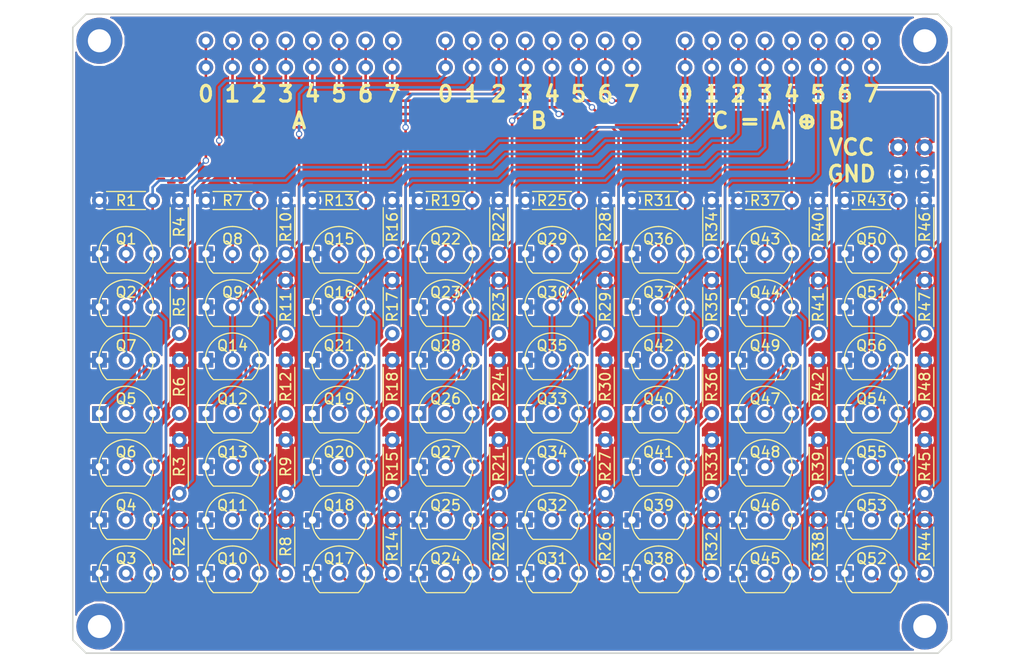
<source format=kicad_pcb>
(kicad_pcb (version 4) (host pcbnew 4.0.7)
  (layers (0 F.Cu signal) (31 B.Cu signal) (34 B.Paste user) (35 F.Paste user) (36 B.SilkS user) (37 F.SilkS user) (38 B.Mask user) (39 F.Mask user) (44 Edge.Cuts user))
  (net 0 "")
  (net 1 GND)
  (net 2 VCC)
  (net 3 /c0)
  (net 4 /c1)
  (net 5 /c2)
  (net 6 /c3)
  (net 7 /c4)
  (net 8 /c5)
  (net 9 /c6)
  (net 10 /c7)
  (net 11 /a0)
  (net 12 /a1)
  (net 13 /a2)
  (net 14 /a3)
  (net 15 /a4)
  (net 16 /a5)
  (net 17 /a6)
  (net 18 /a7)
  (net 19 /b7)
  (net 20 /b6)
  (net 21 /b5)
  (net 22 /b4)
  (net 23 /b3)
  (net 24 /b2)
  (net 25 /b1)
  (net 26 /b0)
  (net 27 "Net-(Q1-Pad3)")
  (net 28 "Net-(Q4-Pad2)")
  (net 29 "Net-(Q5-Pad3)")
  (net 30 "Net-(Q5-Pad1)")
  (net 31 "Net-(Q10-Pad2)")
  (net 32 "Net-(Q11-Pad2)")
  (net 33 "Net-(Q12-Pad3)")
  (net 34 "Net-(Q12-Pad1)")
  (net 35 "Net-(Q15-Pad3)")
  (net 36 "Net-(Q18-Pad2)")
  (net 37 "Net-(Q19-Pad3)")
  (net 38 "Net-(Q19-Pad1)")
  (net 39 "Net-(Q22-Pad3)")
  (net 40 "Net-(Q25-Pad2)")
  (net 41 "Net-(Q26-Pad3)")
  (net 42 "Net-(Q26-Pad1)")
  (net 43 "Net-(Q29-Pad3)")
  (net 44 "Net-(Q32-Pad2)")
  (net 45 "Net-(Q33-Pad3)")
  (net 46 "Net-(Q33-Pad1)")
  (net 47 "Net-(Q36-Pad3)")
  (net 48 "Net-(Q39-Pad2)")
  (net 49 "Net-(Q40-Pad3)")
  (net 50 "Net-(Q40-Pad1)")
  (net 51 "Net-(Q43-Pad3)")
  (net 52 "Net-(Q46-Pad2)")
  (net 53 "Net-(Q47-Pad3)")
  (net 54 "Net-(Q47-Pad1)")
  (net 55 "Net-(Q50-Pad3)")
  (net 56 "Net-(Q53-Pad2)")
  (net 57 "Net-(Q54-Pad3)")
  (net 58 "Net-(Q54-Pad1)")
  (module emlun:J2-2_pole_connector (layer F.Cu) (at 105.41 38.1)
    (fp_text reference J1 hide)
    (fp_text value J2-power_connector)
    (pad 1 thru_hole circle (at -1.27 0) (size 1.524 1.524) (drill 0.762) (layers *.Cu *.Mask) (net 2 VCC))
    (pad 2 thru_hole circle (at 1.27 0) (size 1.524 1.524) (drill 0.762) (layers *.Cu *.Mask) (net 2 VCC))
  )
  (module emlun:J8-8_bit_bus_connector (layer F.Cu) (at 92.71 27.94)
    (fp_text reference J3 hide)
    (fp_text value J8-8_bit_bus_connector)
    (pad 0 thru_hole circle (at -8.89 2.54) (size 1.4 1.4) (drill 0.7) (layers *.Cu *.Mask) (net 3 /c0))
    (pad 1 thru_hole circle (at -6.35 2.54) (size 1.4 1.4) (drill 0.7) (layers *.Cu *.Mask) (net 4 /c1))
    (pad 2 thru_hole circle (at -3.81 2.54) (size 1.4 1.4) (drill 0.7) (layers *.Cu *.Mask) (net 5 /c2))
    (pad 3 thru_hole circle (at -1.27 2.54) (size 1.4 1.4) (drill 0.7) (layers *.Cu *.Mask) (net 6 /c3))
    (pad 4 thru_hole circle (at 1.27 2.54) (size 1.4 1.4) (drill 0.7) (layers *.Cu *.Mask) (net 7 /c4))
    (pad 5 thru_hole circle (at 3.81 2.54) (size 1.4 1.4) (drill 0.7) (layers *.Cu *.Mask) (net 8 /c5))
    (pad 6 thru_hole circle (at 6.35 2.54) (size 1.4 1.4) (drill 0.7) (layers *.Cu *.Mask) (net 9 /c6))
    (pad 7 thru_hole circle (at 8.89 2.54) (size 1.4 1.4) (drill 0.7) (layers *.Cu *.Mask) (net 10 /c7))
  )
  (module emlun:J8-8_bit_bus_connector (layer F.Cu) (at 92.71 25.4)
    (fp_text reference J4 hide)
    (fp_text value J8-8_bit_bus_connector)
    (pad 0 thru_hole circle (at -8.89 2.54) (size 1.4 1.4) (drill 0.7) (layers *.Cu *.Mask) (net 3 /c0))
    (pad 1 thru_hole circle (at -6.35 2.54) (size 1.4 1.4) (drill 0.7) (layers *.Cu *.Mask) (net 4 /c1))
    (pad 2 thru_hole circle (at -3.81 2.54) (size 1.4 1.4) (drill 0.7) (layers *.Cu *.Mask) (net 5 /c2))
    (pad 3 thru_hole circle (at -1.27 2.54) (size 1.4 1.4) (drill 0.7) (layers *.Cu *.Mask) (net 6 /c3))
    (pad 4 thru_hole circle (at 1.27 2.54) (size 1.4 1.4) (drill 0.7) (layers *.Cu *.Mask) (net 7 /c4))
    (pad 5 thru_hole circle (at 3.81 2.54) (size 1.4 1.4) (drill 0.7) (layers *.Cu *.Mask) (net 8 /c5))
    (pad 6 thru_hole circle (at 6.35 2.54) (size 1.4 1.4) (drill 0.7) (layers *.Cu *.Mask) (net 9 /c6))
    (pad 7 thru_hole circle (at 8.89 2.54) (size 1.4 1.4) (drill 0.7) (layers *.Cu *.Mask) (net 10 /c7))
  )
  (module emlun:J8-8_bit_bus_connector (layer F.Cu) (at 46.99 27.94)
    (fp_text reference J6 hide)
    (fp_text value J8-8_bit_bus_connector)
    (pad 0 thru_hole circle (at -8.89 2.54) (size 1.4 1.4) (drill 0.7) (layers *.Cu *.Mask) (net 11 /a0))
    (pad 1 thru_hole circle (at -6.35 2.54) (size 1.4 1.4) (drill 0.7) (layers *.Cu *.Mask) (net 12 /a1))
    (pad 2 thru_hole circle (at -3.81 2.54) (size 1.4 1.4) (drill 0.7) (layers *.Cu *.Mask) (net 13 /a2))
    (pad 3 thru_hole circle (at -1.27 2.54) (size 1.4 1.4) (drill 0.7) (layers *.Cu *.Mask) (net 14 /a3))
    (pad 4 thru_hole circle (at 1.27 2.54) (size 1.4 1.4) (drill 0.7) (layers *.Cu *.Mask) (net 15 /a4))
    (pad 5 thru_hole circle (at 3.81 2.54) (size 1.4 1.4) (drill 0.7) (layers *.Cu *.Mask) (net 16 /a5))
    (pad 6 thru_hole circle (at 6.35 2.54) (size 1.4 1.4) (drill 0.7) (layers *.Cu *.Mask) (net 17 /a6))
    (pad 7 thru_hole circle (at 8.89 2.54) (size 1.4 1.4) (drill 0.7) (layers *.Cu *.Mask) (net 18 /a7))
  )
  (module emlun:J2-2_pole_connector (layer F.Cu) (at 105.41 40.64)
    (fp_text reference J2 hide)
    (fp_text value J2-2-pole_connector)
    (pad 1 thru_hole circle (at -1.27 0) (size 1.524 1.524) (drill 0.762) (layers *.Cu *.Mask) (net 1 GND))
    (pad 2 thru_hole circle (at 1.27 0) (size 1.524 1.524) (drill 0.762) (layers *.Cu *.Mask) (net 1 GND))
  )
  (module emlun:J8-8_bit_bus_connector (layer F.Cu) (at 46.99 25.4)
    (fp_text reference J5 hide)
    (fp_text value J8-8_bit_bus_connector)
    (pad 0 thru_hole circle (at -8.89 2.54) (size 1.4 1.4) (drill 0.7) (layers *.Cu *.Mask) (net 11 /a0))
    (pad 1 thru_hole circle (at -6.35 2.54) (size 1.4 1.4) (drill 0.7) (layers *.Cu *.Mask) (net 12 /a1))
    (pad 2 thru_hole circle (at -3.81 2.54) (size 1.4 1.4) (drill 0.7) (layers *.Cu *.Mask) (net 13 /a2))
    (pad 3 thru_hole circle (at -1.27 2.54) (size 1.4 1.4) (drill 0.7) (layers *.Cu *.Mask) (net 14 /a3))
    (pad 4 thru_hole circle (at 1.27 2.54) (size 1.4 1.4) (drill 0.7) (layers *.Cu *.Mask) (net 15 /a4))
    (pad 5 thru_hole circle (at 3.81 2.54) (size 1.4 1.4) (drill 0.7) (layers *.Cu *.Mask) (net 16 /a5))
    (pad 6 thru_hole circle (at 6.35 2.54) (size 1.4 1.4) (drill 0.7) (layers *.Cu *.Mask) (net 17 /a6))
    (pad 7 thru_hole circle (at 8.89 2.54) (size 1.4 1.4) (drill 0.7) (layers *.Cu *.Mask) (net 18 /a7))
  )
  (module electrokit:TO-92_Molded_Wide_Inline (layer F.Cu) (at 100.33 58.42)
    (fp_text reference Q56 (at 1.27 -1.401) (layer F.SilkS))
    (fp_text value 2N7000 hide)
    (pad 2 thru_hole circle (at 1.27 0 90) (size 1.4 1.4) (drill 0.7) (layers *.Cu *.Mask) (net 19 /b7))
    (pad 3 thru_hole circle (at 3.81 0 90) (size 1.4 1.4) (drill 0.7) (layers *.Cu *.Mask) (net 58 "Net-(Q54-Pad1)"))
    (pad 1 thru_hole rect (at -1.27 0 90) (size 1.4 1.4) (drill 0.7) (layers *.Cu *.Mask) (net 1 GND))
  )
  (module electrokit:TO-92_Molded_Wide_Inline (layer F.Cu) (at 100.33 68.58)
    (fp_text reference Q55 (at 1.27 -1.401) (layer F.SilkS))
    (fp_text value 2N7000 hide)
    (pad 2 thru_hole circle (at 1.27 0 90) (size 1.4 1.4) (drill 0.7) (layers *.Cu *.Mask) (net 57 "Net-(Q54-Pad3)"))
    (pad 3 thru_hole circle (at 3.81 0 90) (size 1.4 1.4) (drill 0.7) (layers *.Cu *.Mask) (net 56 "Net-(Q53-Pad2)"))
    (pad 1 thru_hole rect (at -1.27 0 90) (size 1.4 1.4) (drill 0.7) (layers *.Cu *.Mask) (net 1 GND))
  )
  (module electrokit:TO-92_Molded_Wide_Inline (layer F.Cu) (at 100.33 63.5)
    (fp_text reference Q54 (at 1.27 -1.401) (layer F.SilkS))
    (fp_text value 2N7000 hide)
    (pad 2 thru_hole circle (at 1.27 0 90) (size 1.4 1.4) (drill 0.7) (layers *.Cu *.Mask) (net 18 /a7))
    (pad 3 thru_hole circle (at 3.81 0 90) (size 1.4 1.4) (drill 0.7) (layers *.Cu *.Mask) (net 57 "Net-(Q54-Pad3)"))
    (pad 1 thru_hole rect (at -1.27 0 90) (size 1.4 1.4) (drill 0.7) (layers *.Cu *.Mask) (net 58 "Net-(Q54-Pad1)"))
  )
  (module electrokit:TO-92_Molded_Wide_Inline (layer F.Cu) (at 100.33 73.66)
    (fp_text reference Q53 (at 1.27 -1.401) (layer F.SilkS))
    (fp_text value 2N7000 hide)
    (pad 2 thru_hole circle (at 1.27 0 90) (size 1.4 1.4) (drill 0.7) (layers *.Cu *.Mask) (net 56 "Net-(Q53-Pad2)"))
    (pad 3 thru_hole circle (at 3.81 0 90) (size 1.4 1.4) (drill 0.7) (layers *.Cu *.Mask) (net 10 /c7))
    (pad 1 thru_hole rect (at -1.27 0 90) (size 1.4 1.4) (drill 0.7) (layers *.Cu *.Mask) (net 1 GND))
  )
  (module electrokit:TO-92_Molded_Wide_Inline (layer F.Cu) (at 100.33 78.74)
    (fp_text reference Q52 (at 1.27 -1.401) (layer F.SilkS))
    (fp_text value 2N7000 hide)
    (pad 2 thru_hole circle (at 1.27 0 90) (size 1.4 1.4) (drill 0.7) (layers *.Cu *.Mask) (net 55 "Net-(Q50-Pad3)"))
    (pad 3 thru_hole circle (at 3.81 0 90) (size 1.4 1.4) (drill 0.7) (layers *.Cu *.Mask) (net 10 /c7))
    (pad 1 thru_hole rect (at -1.27 0 90) (size 1.4 1.4) (drill 0.7) (layers *.Cu *.Mask) (net 1 GND))
  )
  (module electrokit:TO-92_Molded_Wide_Inline (layer F.Cu) (at 100.33 53.34)
    (fp_text reference Q51 (at 1.27 -1.401) (layer F.SilkS))
    (fp_text value 2N7000 hide)
    (pad 2 thru_hole circle (at 1.27 0 90) (size 1.4 1.4) (drill 0.7) (layers *.Cu *.Mask) (net 19 /b7))
    (pad 3 thru_hole circle (at 3.81 0 90) (size 1.4 1.4) (drill 0.7) (layers *.Cu *.Mask) (net 55 "Net-(Q50-Pad3)"))
    (pad 1 thru_hole rect (at -1.27 0 90) (size 1.4 1.4) (drill 0.7) (layers *.Cu *.Mask) (net 1 GND))
  )
  (module electrokit:TO-92_Molded_Wide_Inline (layer F.Cu) (at 90.17 58.42)
    (fp_text reference Q49 (at 1.27 -1.401) (layer F.SilkS))
    (fp_text value 2N7000 hide)
    (pad 2 thru_hole circle (at 1.27 0 90) (size 1.4 1.4) (drill 0.7) (layers *.Cu *.Mask) (net 20 /b6))
    (pad 3 thru_hole circle (at 3.81 0 90) (size 1.4 1.4) (drill 0.7) (layers *.Cu *.Mask) (net 54 "Net-(Q47-Pad1)"))
    (pad 1 thru_hole rect (at -1.27 0 90) (size 1.4 1.4) (drill 0.7) (layers *.Cu *.Mask) (net 1 GND))
  )
  (module electrokit:TO-92_Molded_Wide_Inline (layer F.Cu) (at 90.17 68.58)
    (fp_text reference Q48 (at 1.27 -1.401) (layer F.SilkS))
    (fp_text value 2N7000 hide)
    (pad 2 thru_hole circle (at 1.27 0 90) (size 1.4 1.4) (drill 0.7) (layers *.Cu *.Mask) (net 53 "Net-(Q47-Pad3)"))
    (pad 3 thru_hole circle (at 3.81 0 90) (size 1.4 1.4) (drill 0.7) (layers *.Cu *.Mask) (net 52 "Net-(Q46-Pad2)"))
    (pad 1 thru_hole rect (at -1.27 0 90) (size 1.4 1.4) (drill 0.7) (layers *.Cu *.Mask) (net 1 GND))
  )
  (module electrokit:TO-92_Molded_Wide_Inline (layer F.Cu) (at 90.17 63.5)
    (fp_text reference Q47 (at 1.27 -1.401) (layer F.SilkS))
    (fp_text value 2N7000 hide)
    (pad 2 thru_hole circle (at 1.27 0 90) (size 1.4 1.4) (drill 0.7) (layers *.Cu *.Mask) (net 17 /a6))
    (pad 3 thru_hole circle (at 3.81 0 90) (size 1.4 1.4) (drill 0.7) (layers *.Cu *.Mask) (net 53 "Net-(Q47-Pad3)"))
    (pad 1 thru_hole rect (at -1.27 0 90) (size 1.4 1.4) (drill 0.7) (layers *.Cu *.Mask) (net 54 "Net-(Q47-Pad1)"))
  )
  (module electrokit:TO-92_Molded_Wide_Inline (layer F.Cu) (at 90.17 73.66)
    (fp_text reference Q46 (at 1.27 -1.401) (layer F.SilkS))
    (fp_text value 2N7000 hide)
    (pad 2 thru_hole circle (at 1.27 0 90) (size 1.4 1.4) (drill 0.7) (layers *.Cu *.Mask) (net 52 "Net-(Q46-Pad2)"))
    (pad 3 thru_hole circle (at 3.81 0 90) (size 1.4 1.4) (drill 0.7) (layers *.Cu *.Mask) (net 9 /c6))
    (pad 1 thru_hole rect (at -1.27 0 90) (size 1.4 1.4) (drill 0.7) (layers *.Cu *.Mask) (net 1 GND))
  )
  (module electrokit:TO-92_Molded_Wide_Inline (layer F.Cu) (at 90.17 78.74)
    (fp_text reference Q45 (at 1.27 -1.401) (layer F.SilkS))
    (fp_text value 2N7000 hide)
    (pad 2 thru_hole circle (at 1.27 0 90) (size 1.4 1.4) (drill 0.7) (layers *.Cu *.Mask) (net 51 "Net-(Q43-Pad3)"))
    (pad 3 thru_hole circle (at 3.81 0 90) (size 1.4 1.4) (drill 0.7) (layers *.Cu *.Mask) (net 9 /c6))
    (pad 1 thru_hole rect (at -1.27 0 90) (size 1.4 1.4) (drill 0.7) (layers *.Cu *.Mask) (net 1 GND))
  )
  (module electrokit:TO-92_Molded_Wide_Inline (layer F.Cu) (at 90.17 53.34)
    (fp_text reference Q44 (at 1.27 -1.401) (layer F.SilkS))
    (fp_text value 2N7000 hide)
    (pad 2 thru_hole circle (at 1.27 0 90) (size 1.4 1.4) (drill 0.7) (layers *.Cu *.Mask) (net 20 /b6))
    (pad 3 thru_hole circle (at 3.81 0 90) (size 1.4 1.4) (drill 0.7) (layers *.Cu *.Mask) (net 51 "Net-(Q43-Pad3)"))
    (pad 1 thru_hole rect (at -1.27 0 90) (size 1.4 1.4) (drill 0.7) (layers *.Cu *.Mask) (net 1 GND))
  )
  (module electrokit:TO-92_Molded_Wide_Inline (layer F.Cu) (at 90.17 48.26)
    (fp_text reference Q43 (at 1.27 -1.401) (layer F.SilkS))
    (fp_text value 2N7000 hide)
    (pad 2 thru_hole circle (at 1.27 0 90) (size 1.4 1.4) (drill 0.7) (layers *.Cu *.Mask) (net 17 /a6))
    (pad 3 thru_hole circle (at 3.81 0 90) (size 1.4 1.4) (drill 0.7) (layers *.Cu *.Mask) (net 51 "Net-(Q43-Pad3)"))
    (pad 1 thru_hole rect (at -1.27 0 90) (size 1.4 1.4) (drill 0.7) (layers *.Cu *.Mask) (net 1 GND))
  )
  (module electrokit:TO-92_Molded_Wide_Inline (layer F.Cu) (at 80.01 58.42)
    (fp_text reference Q42 (at 1.27 -1.401) (layer F.SilkS))
    (fp_text value 2N7000 hide)
    (pad 2 thru_hole circle (at 1.27 0 90) (size 1.4 1.4) (drill 0.7) (layers *.Cu *.Mask) (net 21 /b5))
    (pad 3 thru_hole circle (at 3.81 0 90) (size 1.4 1.4) (drill 0.7) (layers *.Cu *.Mask) (net 50 "Net-(Q40-Pad1)"))
    (pad 1 thru_hole rect (at -1.27 0 90) (size 1.4 1.4) (drill 0.7) (layers *.Cu *.Mask) (net 1 GND))
  )
  (module electrokit:TO-92_Molded_Wide_Inline (layer F.Cu) (at 80.01 68.58)
    (fp_text reference Q41 (at 1.27 -1.401) (layer F.SilkS))
    (fp_text value 2N7000 hide)
    (pad 2 thru_hole circle (at 1.27 0 90) (size 1.4 1.4) (drill 0.7) (layers *.Cu *.Mask) (net 49 "Net-(Q40-Pad3)"))
    (pad 3 thru_hole circle (at 3.81 0 90) (size 1.4 1.4) (drill 0.7) (layers *.Cu *.Mask) (net 48 "Net-(Q39-Pad2)"))
    (pad 1 thru_hole rect (at -1.27 0 90) (size 1.4 1.4) (drill 0.7) (layers *.Cu *.Mask) (net 1 GND))
  )
  (module electrokit:TO-92_Molded_Wide_Inline (layer F.Cu) (at 80.01 63.5)
    (fp_text reference Q40 (at 1.27 -1.401) (layer F.SilkS))
    (fp_text value 2N7000 hide)
    (pad 2 thru_hole circle (at 1.27 0 90) (size 1.4 1.4) (drill 0.7) (layers *.Cu *.Mask) (net 16 /a5))
    (pad 3 thru_hole circle (at 3.81 0 90) (size 1.4 1.4) (drill 0.7) (layers *.Cu *.Mask) (net 49 "Net-(Q40-Pad3)"))
    (pad 1 thru_hole rect (at -1.27 0 90) (size 1.4 1.4) (drill 0.7) (layers *.Cu *.Mask) (net 50 "Net-(Q40-Pad1)"))
  )
  (module electrokit:TO-92_Molded_Wide_Inline (layer F.Cu) (at 80.01 73.66)
    (fp_text reference Q39 (at 1.27 -1.401) (layer F.SilkS))
    (fp_text value 2N7000 hide)
    (pad 2 thru_hole circle (at 1.27 0 90) (size 1.4 1.4) (drill 0.7) (layers *.Cu *.Mask) (net 48 "Net-(Q39-Pad2)"))
    (pad 3 thru_hole circle (at 3.81 0 90) (size 1.4 1.4) (drill 0.7) (layers *.Cu *.Mask) (net 8 /c5))
    (pad 1 thru_hole rect (at -1.27 0 90) (size 1.4 1.4) (drill 0.7) (layers *.Cu *.Mask) (net 1 GND))
  )
  (module electrokit:TO-92_Molded_Wide_Inline (layer F.Cu) (at 80.01 78.74)
    (fp_text reference Q38 (at 1.27 -1.401) (layer F.SilkS))
    (fp_text value 2N7000 hide)
    (pad 2 thru_hole circle (at 1.27 0 90) (size 1.4 1.4) (drill 0.7) (layers *.Cu *.Mask) (net 47 "Net-(Q36-Pad3)"))
    (pad 3 thru_hole circle (at 3.81 0 90) (size 1.4 1.4) (drill 0.7) (layers *.Cu *.Mask) (net 8 /c5))
    (pad 1 thru_hole rect (at -1.27 0 90) (size 1.4 1.4) (drill 0.7) (layers *.Cu *.Mask) (net 1 GND))
  )
  (module electrokit:TO-92_Molded_Wide_Inline (layer F.Cu) (at 80.01 53.34)
    (fp_text reference Q37 (at 1.27 -1.401) (layer F.SilkS))
    (fp_text value 2N7000 hide)
    (pad 2 thru_hole circle (at 1.27 0 90) (size 1.4 1.4) (drill 0.7) (layers *.Cu *.Mask) (net 21 /b5))
    (pad 3 thru_hole circle (at 3.81 0 90) (size 1.4 1.4) (drill 0.7) (layers *.Cu *.Mask) (net 47 "Net-(Q36-Pad3)"))
    (pad 1 thru_hole rect (at -1.27 0 90) (size 1.4 1.4) (drill 0.7) (layers *.Cu *.Mask) (net 1 GND))
  )
  (module electrokit:TO-92_Molded_Wide_Inline (layer F.Cu) (at 80.01 48.26)
    (fp_text reference Q36 (at 1.27 -1.401) (layer F.SilkS))
    (fp_text value 2N7000 hide)
    (pad 2 thru_hole circle (at 1.27 0 90) (size 1.4 1.4) (drill 0.7) (layers *.Cu *.Mask) (net 16 /a5))
    (pad 3 thru_hole circle (at 3.81 0 90) (size 1.4 1.4) (drill 0.7) (layers *.Cu *.Mask) (net 47 "Net-(Q36-Pad3)"))
    (pad 1 thru_hole rect (at -1.27 0 90) (size 1.4 1.4) (drill 0.7) (layers *.Cu *.Mask) (net 1 GND))
  )
  (module electrokit:TO-92_Molded_Wide_Inline (layer F.Cu) (at 69.85 58.42)
    (fp_text reference Q35 (at 1.27 -1.401) (layer F.SilkS))
    (fp_text value 2N7000 hide)
    (pad 2 thru_hole circle (at 1.27 0 90) (size 1.4 1.4) (drill 0.7) (layers *.Cu *.Mask) (net 22 /b4))
    (pad 3 thru_hole circle (at 3.81 0 90) (size 1.4 1.4) (drill 0.7) (layers *.Cu *.Mask) (net 46 "Net-(Q33-Pad1)"))
    (pad 1 thru_hole rect (at -1.27 0 90) (size 1.4 1.4) (drill 0.7) (layers *.Cu *.Mask) (net 1 GND))
  )
  (module electrokit:TO-92_Molded_Wide_Inline (layer F.Cu) (at 69.85 68.58)
    (fp_text reference Q34 (at 1.27 -1.401) (layer F.SilkS))
    (fp_text value 2N7000 hide)
    (pad 2 thru_hole circle (at 1.27 0 90) (size 1.4 1.4) (drill 0.7) (layers *.Cu *.Mask) (net 45 "Net-(Q33-Pad3)"))
    (pad 3 thru_hole circle (at 3.81 0 90) (size 1.4 1.4) (drill 0.7) (layers *.Cu *.Mask) (net 44 "Net-(Q32-Pad2)"))
    (pad 1 thru_hole rect (at -1.27 0 90) (size 1.4 1.4) (drill 0.7) (layers *.Cu *.Mask) (net 1 GND))
  )
  (module electrokit:TO-92_Molded_Wide_Inline (layer F.Cu) (at 69.85 63.5)
    (fp_text reference Q33 (at 1.27 -1.401) (layer F.SilkS))
    (fp_text value 2N7000 hide)
    (pad 2 thru_hole circle (at 1.27 0 90) (size 1.4 1.4) (drill 0.7) (layers *.Cu *.Mask) (net 15 /a4))
    (pad 3 thru_hole circle (at 3.81 0 90) (size 1.4 1.4) (drill 0.7) (layers *.Cu *.Mask) (net 45 "Net-(Q33-Pad3)"))
    (pad 1 thru_hole rect (at -1.27 0 90) (size 1.4 1.4) (drill 0.7) (layers *.Cu *.Mask) (net 46 "Net-(Q33-Pad1)"))
  )
  (module electrokit:TO-92_Molded_Wide_Inline (layer F.Cu) (at 69.85 73.66)
    (fp_text reference Q32 (at 1.27 -1.401) (layer F.SilkS))
    (fp_text value 2N7000 hide)
    (pad 2 thru_hole circle (at 1.27 0 90) (size 1.4 1.4) (drill 0.7) (layers *.Cu *.Mask) (net 44 "Net-(Q32-Pad2)"))
    (pad 3 thru_hole circle (at 3.81 0 90) (size 1.4 1.4) (drill 0.7) (layers *.Cu *.Mask) (net 7 /c4))
    (pad 1 thru_hole rect (at -1.27 0 90) (size 1.4 1.4) (drill 0.7) (layers *.Cu *.Mask) (net 1 GND))
  )
  (module electrokit:TO-92_Molded_Wide_Inline (layer F.Cu) (at 69.85 78.74)
    (fp_text reference Q31 (at 1.27 -1.401) (layer F.SilkS))
    (fp_text value 2N7000 hide)
    (pad 2 thru_hole circle (at 1.27 0 90) (size 1.4 1.4) (drill 0.7) (layers *.Cu *.Mask) (net 43 "Net-(Q29-Pad3)"))
    (pad 3 thru_hole circle (at 3.81 0 90) (size 1.4 1.4) (drill 0.7) (layers *.Cu *.Mask) (net 7 /c4))
    (pad 1 thru_hole rect (at -1.27 0 90) (size 1.4 1.4) (drill 0.7) (layers *.Cu *.Mask) (net 1 GND))
  )
  (module electrokit:TO-92_Molded_Wide_Inline (layer F.Cu) (at 69.85 53.34)
    (fp_text reference Q30 (at 1.27 -1.401) (layer F.SilkS))
    (fp_text value 2N7000 hide)
    (pad 2 thru_hole circle (at 1.27 0 90) (size 1.4 1.4) (drill 0.7) (layers *.Cu *.Mask) (net 22 /b4))
    (pad 3 thru_hole circle (at 3.81 0 90) (size 1.4 1.4) (drill 0.7) (layers *.Cu *.Mask) (net 43 "Net-(Q29-Pad3)"))
    (pad 1 thru_hole rect (at -1.27 0 90) (size 1.4 1.4) (drill 0.7) (layers *.Cu *.Mask) (net 1 GND))
  )
  (module electrokit:TO-92_Molded_Wide_Inline (layer F.Cu) (at 69.85 48.26)
    (fp_text reference Q29 (at 1.27 -1.401) (layer F.SilkS))
    (fp_text value 2N7000 hide)
    (pad 2 thru_hole circle (at 1.27 0 90) (size 1.4 1.4) (drill 0.7) (layers *.Cu *.Mask) (net 15 /a4))
    (pad 3 thru_hole circle (at 3.81 0 90) (size 1.4 1.4) (drill 0.7) (layers *.Cu *.Mask) (net 43 "Net-(Q29-Pad3)"))
    (pad 1 thru_hole rect (at -1.27 0 90) (size 1.4 1.4) (drill 0.7) (layers *.Cu *.Mask) (net 1 GND))
  )
  (module electrokit:TO-92_Molded_Wide_Inline (layer F.Cu) (at 59.69 58.42)
    (fp_text reference Q28 (at 1.27 -1.401) (layer F.SilkS))
    (fp_text value 2N7000 hide)
    (pad 2 thru_hole circle (at 1.27 0 90) (size 1.4 1.4) (drill 0.7) (layers *.Cu *.Mask) (net 23 /b3))
    (pad 3 thru_hole circle (at 3.81 0 90) (size 1.4 1.4) (drill 0.7) (layers *.Cu *.Mask) (net 42 "Net-(Q26-Pad1)"))
    (pad 1 thru_hole rect (at -1.27 0 90) (size 1.4 1.4) (drill 0.7) (layers *.Cu *.Mask) (net 1 GND))
  )
  (module electrokit:TO-92_Molded_Wide_Inline (layer F.Cu) (at 59.69 68.58)
    (fp_text reference Q27 (at 1.27 -1.401) (layer F.SilkS))
    (fp_text value 2N7000 hide)
    (pad 2 thru_hole circle (at 1.27 0 90) (size 1.4 1.4) (drill 0.7) (layers *.Cu *.Mask) (net 41 "Net-(Q26-Pad3)"))
    (pad 3 thru_hole circle (at 3.81 0 90) (size 1.4 1.4) (drill 0.7) (layers *.Cu *.Mask) (net 40 "Net-(Q25-Pad2)"))
    (pad 1 thru_hole rect (at -1.27 0 90) (size 1.4 1.4) (drill 0.7) (layers *.Cu *.Mask) (net 1 GND))
  )
  (module electrokit:TO-92_Molded_Wide_Inline (layer F.Cu) (at 59.69 63.5)
    (fp_text reference Q26 (at 1.27 -1.401) (layer F.SilkS))
    (fp_text value 2N7000 hide)
    (pad 2 thru_hole circle (at 1.27 0 90) (size 1.4 1.4) (drill 0.7) (layers *.Cu *.Mask) (net 14 /a3))
    (pad 3 thru_hole circle (at 3.81 0 90) (size 1.4 1.4) (drill 0.7) (layers *.Cu *.Mask) (net 41 "Net-(Q26-Pad3)"))
    (pad 1 thru_hole rect (at -1.27 0 90) (size 1.4 1.4) (drill 0.7) (layers *.Cu *.Mask) (net 42 "Net-(Q26-Pad1)"))
  )
  (module electrokit:TO-92_Molded_Wide_Inline (layer F.Cu) (at 59.69 73.66)
    (fp_text reference Q25 (at 1.27 -1.401) (layer F.SilkS))
    (fp_text value 2N7000 hide)
    (pad 2 thru_hole circle (at 1.27 0 90) (size 1.4 1.4) (drill 0.7) (layers *.Cu *.Mask) (net 40 "Net-(Q25-Pad2)"))
    (pad 3 thru_hole circle (at 3.81 0 90) (size 1.4 1.4) (drill 0.7) (layers *.Cu *.Mask) (net 6 /c3))
    (pad 1 thru_hole rect (at -1.27 0 90) (size 1.4 1.4) (drill 0.7) (layers *.Cu *.Mask) (net 1 GND))
  )
  (module electrokit:TO-92_Molded_Wide_Inline (layer F.Cu) (at 59.69 78.74)
    (fp_text reference Q24 (at 1.27 -1.401) (layer F.SilkS))
    (fp_text value 2N7000 hide)
    (pad 2 thru_hole circle (at 1.27 0 90) (size 1.4 1.4) (drill 0.7) (layers *.Cu *.Mask) (net 39 "Net-(Q22-Pad3)"))
    (pad 3 thru_hole circle (at 3.81 0 90) (size 1.4 1.4) (drill 0.7) (layers *.Cu *.Mask) (net 6 /c3))
    (pad 1 thru_hole rect (at -1.27 0 90) (size 1.4 1.4) (drill 0.7) (layers *.Cu *.Mask) (net 1 GND))
  )
  (module electrokit:TO-92_Molded_Wide_Inline (layer F.Cu) (at 59.69 53.34)
    (fp_text reference Q23 (at 1.27 -1.401) (layer F.SilkS))
    (fp_text value 2N7000 hide)
    (pad 2 thru_hole circle (at 1.27 0 90) (size 1.4 1.4) (drill 0.7) (layers *.Cu *.Mask) (net 23 /b3))
    (pad 3 thru_hole circle (at 3.81 0 90) (size 1.4 1.4) (drill 0.7) (layers *.Cu *.Mask) (net 39 "Net-(Q22-Pad3)"))
    (pad 1 thru_hole rect (at -1.27 0 90) (size 1.4 1.4) (drill 0.7) (layers *.Cu *.Mask) (net 1 GND))
  )
  (module electrokit:TO-92_Molded_Wide_Inline (layer F.Cu) (at 59.69 48.26)
    (fp_text reference Q22 (at 1.27 -1.401) (layer F.SilkS))
    (fp_text value 2N7000 hide)
    (pad 2 thru_hole circle (at 1.27 0 90) (size 1.4 1.4) (drill 0.7) (layers *.Cu *.Mask) (net 14 /a3))
    (pad 3 thru_hole circle (at 3.81 0 90) (size 1.4 1.4) (drill 0.7) (layers *.Cu *.Mask) (net 39 "Net-(Q22-Pad3)"))
    (pad 1 thru_hole rect (at -1.27 0 90) (size 1.4 1.4) (drill 0.7) (layers *.Cu *.Mask) (net 1 GND))
  )
  (module electrokit:TO-92_Molded_Wide_Inline (layer F.Cu) (at 49.53 58.42)
    (fp_text reference Q21 (at 1.27 -1.401) (layer F.SilkS))
    (fp_text value 2N7000 hide)
    (pad 2 thru_hole circle (at 1.27 0 90) (size 1.4 1.4) (drill 0.7) (layers *.Cu *.Mask) (net 24 /b2))
    (pad 3 thru_hole circle (at 3.81 0 90) (size 1.4 1.4) (drill 0.7) (layers *.Cu *.Mask) (net 38 "Net-(Q19-Pad1)"))
    (pad 1 thru_hole rect (at -1.27 0 90) (size 1.4 1.4) (drill 0.7) (layers *.Cu *.Mask) (net 1 GND))
  )
  (module electrokit:TO-92_Molded_Wide_Inline (layer F.Cu) (at 49.53 68.58)
    (fp_text reference Q20 (at 1.27 -1.401) (layer F.SilkS))
    (fp_text value 2N7000 hide)
    (pad 2 thru_hole circle (at 1.27 0 90) (size 1.4 1.4) (drill 0.7) (layers *.Cu *.Mask) (net 37 "Net-(Q19-Pad3)"))
    (pad 3 thru_hole circle (at 3.81 0 90) (size 1.4 1.4) (drill 0.7) (layers *.Cu *.Mask) (net 36 "Net-(Q18-Pad2)"))
    (pad 1 thru_hole rect (at -1.27 0 90) (size 1.4 1.4) (drill 0.7) (layers *.Cu *.Mask) (net 1 GND))
  )
  (module electrokit:TO-92_Molded_Wide_Inline (layer F.Cu) (at 49.53 63.5)
    (fp_text reference Q19 (at 1.27 -1.401) (layer F.SilkS))
    (fp_text value 2N7000 hide)
    (pad 2 thru_hole circle (at 1.27 0 90) (size 1.4 1.4) (drill 0.7) (layers *.Cu *.Mask) (net 13 /a2))
    (pad 3 thru_hole circle (at 3.81 0 90) (size 1.4 1.4) (drill 0.7) (layers *.Cu *.Mask) (net 37 "Net-(Q19-Pad3)"))
    (pad 1 thru_hole rect (at -1.27 0 90) (size 1.4 1.4) (drill 0.7) (layers *.Cu *.Mask) (net 38 "Net-(Q19-Pad1)"))
  )
  (module electrokit:TO-92_Molded_Wide_Inline (layer F.Cu) (at 49.53 73.66)
    (fp_text reference Q18 (at 1.27 -1.401) (layer F.SilkS))
    (fp_text value 2N7000 hide)
    (pad 2 thru_hole circle (at 1.27 0 90) (size 1.4 1.4) (drill 0.7) (layers *.Cu *.Mask) (net 36 "Net-(Q18-Pad2)"))
    (pad 3 thru_hole circle (at 3.81 0 90) (size 1.4 1.4) (drill 0.7) (layers *.Cu *.Mask) (net 5 /c2))
    (pad 1 thru_hole rect (at -1.27 0 90) (size 1.4 1.4) (drill 0.7) (layers *.Cu *.Mask) (net 1 GND))
  )
  (module electrokit:TO-92_Molded_Wide_Inline (layer F.Cu) (at 49.53 78.74)
    (fp_text reference Q17 (at 1.27 -1.401) (layer F.SilkS))
    (fp_text value 2N7000 hide)
    (pad 2 thru_hole circle (at 1.27 0 90) (size 1.4 1.4) (drill 0.7) (layers *.Cu *.Mask) (net 35 "Net-(Q15-Pad3)"))
    (pad 3 thru_hole circle (at 3.81 0 90) (size 1.4 1.4) (drill 0.7) (layers *.Cu *.Mask) (net 5 /c2))
    (pad 1 thru_hole rect (at -1.27 0 90) (size 1.4 1.4) (drill 0.7) (layers *.Cu *.Mask) (net 1 GND))
  )
  (module electrokit:TO-92_Molded_Wide_Inline (layer F.Cu) (at 49.53 53.34)
    (fp_text reference Q16 (at 1.27 -1.401) (layer F.SilkS))
    (fp_text value 2N7000 hide)
    (pad 2 thru_hole circle (at 1.27 0 90) (size 1.4 1.4) (drill 0.7) (layers *.Cu *.Mask) (net 24 /b2))
    (pad 3 thru_hole circle (at 3.81 0 90) (size 1.4 1.4) (drill 0.7) (layers *.Cu *.Mask) (net 35 "Net-(Q15-Pad3)"))
    (pad 1 thru_hole rect (at -1.27 0 90) (size 1.4 1.4) (drill 0.7) (layers *.Cu *.Mask) (net 1 GND))
  )
  (module electrokit:TO-92_Molded_Wide_Inline (layer F.Cu) (at 49.53 48.26)
    (fp_text reference Q15 (at 1.27 -1.401) (layer F.SilkS))
    (fp_text value 2N7000 hide)
    (pad 2 thru_hole circle (at 1.27 0 90) (size 1.4 1.4) (drill 0.7) (layers *.Cu *.Mask) (net 13 /a2))
    (pad 3 thru_hole circle (at 3.81 0 90) (size 1.4 1.4) (drill 0.7) (layers *.Cu *.Mask) (net 35 "Net-(Q15-Pad3)"))
    (pad 1 thru_hole rect (at -1.27 0 90) (size 1.4 1.4) (drill 0.7) (layers *.Cu *.Mask) (net 1 GND))
  )
  (module electrokit:TO-92_Molded_Wide_Inline (layer F.Cu) (at 39.37 58.42)
    (fp_text reference Q14 (at 1.27 -1.401) (layer F.SilkS))
    (fp_text value 2N7000 hide)
    (pad 2 thru_hole circle (at 1.27 0 90) (size 1.4 1.4) (drill 0.7) (layers *.Cu *.Mask) (net 25 /b1))
    (pad 3 thru_hole circle (at 3.81 0 90) (size 1.4 1.4) (drill 0.7) (layers *.Cu *.Mask) (net 34 "Net-(Q12-Pad1)"))
    (pad 1 thru_hole rect (at -1.27 0 90) (size 1.4 1.4) (drill 0.7) (layers *.Cu *.Mask) (net 1 GND))
  )
  (module electrokit:TO-92_Molded_Wide_Inline (layer F.Cu) (at 39.37 68.58)
    (fp_text reference Q13 (at 1.27 -1.401) (layer F.SilkS))
    (fp_text value 2N7000 hide)
    (pad 2 thru_hole circle (at 1.27 0 90) (size 1.4 1.4) (drill 0.7) (layers *.Cu *.Mask) (net 33 "Net-(Q12-Pad3)"))
    (pad 3 thru_hole circle (at 3.81 0 90) (size 1.4 1.4) (drill 0.7) (layers *.Cu *.Mask) (net 32 "Net-(Q11-Pad2)"))
    (pad 1 thru_hole rect (at -1.27 0 90) (size 1.4 1.4) (drill 0.7) (layers *.Cu *.Mask) (net 1 GND))
  )
  (module electrokit:TO-92_Molded_Wide_Inline (layer F.Cu) (at 39.37 63.5)
    (fp_text reference Q12 (at 1.27 -1.401) (layer F.SilkS))
    (fp_text value 2N7000 hide)
    (pad 2 thru_hole circle (at 1.27 0 90) (size 1.4 1.4) (drill 0.7) (layers *.Cu *.Mask) (net 12 /a1))
    (pad 3 thru_hole circle (at 3.81 0 90) (size 1.4 1.4) (drill 0.7) (layers *.Cu *.Mask) (net 33 "Net-(Q12-Pad3)"))
    (pad 1 thru_hole rect (at -1.27 0 90) (size 1.4 1.4) (drill 0.7) (layers *.Cu *.Mask) (net 34 "Net-(Q12-Pad1)"))
  )
  (module electrokit:TO-92_Molded_Wide_Inline (layer F.Cu) (at 39.37 73.66)
    (fp_text reference Q11 (at 1.27 -1.401) (layer F.SilkS))
    (fp_text value 2N7000 hide)
    (pad 2 thru_hole circle (at 1.27 0 90) (size 1.4 1.4) (drill 0.7) (layers *.Cu *.Mask) (net 32 "Net-(Q11-Pad2)"))
    (pad 3 thru_hole circle (at 3.81 0 90) (size 1.4 1.4) (drill 0.7) (layers *.Cu *.Mask) (net 4 /c1))
    (pad 1 thru_hole rect (at -1.27 0 90) (size 1.4 1.4) (drill 0.7) (layers *.Cu *.Mask) (net 1 GND))
  )
  (module electrokit:TO-92_Molded_Wide_Inline (layer F.Cu) (at 39.37 78.74)
    (fp_text reference Q10 (at 1.27 -1.401) (layer F.SilkS))
    (fp_text value 2N7000 hide)
    (pad 2 thru_hole circle (at 1.27 0 90) (size 1.4 1.4) (drill 0.7) (layers *.Cu *.Mask) (net 31 "Net-(Q10-Pad2)"))
    (pad 3 thru_hole circle (at 3.81 0 90) (size 1.4 1.4) (drill 0.7) (layers *.Cu *.Mask) (net 4 /c1))
    (pad 1 thru_hole rect (at -1.27 0 90) (size 1.4 1.4) (drill 0.7) (layers *.Cu *.Mask) (net 1 GND))
  )
  (module electrokit:TO-92_Molded_Wide_Inline (layer F.Cu) (at 39.37 53.34)
    (fp_text reference Q9 (at 1.27 -1.401) (layer F.SilkS))
    (fp_text value 2N7000 hide)
    (pad 2 thru_hole circle (at 1.27 0 90) (size 1.4 1.4) (drill 0.7) (layers *.Cu *.Mask) (net 25 /b1))
    (pad 3 thru_hole circle (at 3.81 0 90) (size 1.4 1.4) (drill 0.7) (layers *.Cu *.Mask) (net 31 "Net-(Q10-Pad2)"))
    (pad 1 thru_hole rect (at -1.27 0 90) (size 1.4 1.4) (drill 0.7) (layers *.Cu *.Mask) (net 1 GND))
  )
  (module electrokit:TO-92_Molded_Wide_Inline (layer F.Cu) (at 39.37 48.26)
    (fp_text reference Q8 (at 1.27 -1.401) (layer F.SilkS))
    (fp_text value 2N7000 hide)
    (pad 2 thru_hole circle (at 1.27 0 90) (size 1.4 1.4) (drill 0.7) (layers *.Cu *.Mask) (net 12 /a1))
    (pad 3 thru_hole circle (at 3.81 0 90) (size 1.4 1.4) (drill 0.7) (layers *.Cu *.Mask) (net 31 "Net-(Q10-Pad2)"))
    (pad 1 thru_hole rect (at -1.27 0 90) (size 1.4 1.4) (drill 0.7) (layers *.Cu *.Mask) (net 1 GND))
  )
  (module electrokit:TO-92_Molded_Wide_Inline (layer F.Cu) (at 29.21 58.42)
    (fp_text reference Q7 (at 1.27 -1.401) (layer F.SilkS))
    (fp_text value 2N7000 hide)
    (pad 2 thru_hole circle (at 1.27 0 90) (size 1.4 1.4) (drill 0.7) (layers *.Cu *.Mask) (net 26 /b0))
    (pad 3 thru_hole circle (at 3.81 0 90) (size 1.4 1.4) (drill 0.7) (layers *.Cu *.Mask) (net 30 "Net-(Q5-Pad1)"))
    (pad 1 thru_hole rect (at -1.27 0 90) (size 1.4 1.4) (drill 0.7) (layers *.Cu *.Mask) (net 1 GND))
  )
  (module electrokit:TO-92_Molded_Wide_Inline (layer F.Cu) (at 29.21 68.58)
    (fp_text reference Q6 (at 1.27 -1.401) (layer F.SilkS))
    (fp_text value 2N7000 hide)
    (pad 2 thru_hole circle (at 1.27 0 90) (size 1.4 1.4) (drill 0.7) (layers *.Cu *.Mask) (net 29 "Net-(Q5-Pad3)"))
    (pad 3 thru_hole circle (at 3.81 0 90) (size 1.4 1.4) (drill 0.7) (layers *.Cu *.Mask) (net 28 "Net-(Q4-Pad2)"))
    (pad 1 thru_hole rect (at -1.27 0 90) (size 1.4 1.4) (drill 0.7) (layers *.Cu *.Mask) (net 1 GND))
  )
  (module electrokit:TO-92_Molded_Wide_Inline (layer F.Cu) (at 29.21 63.5)
    (fp_text reference Q5 (at 1.27 -1.401) (layer F.SilkS))
    (fp_text value 2N7000 hide)
    (pad 2 thru_hole circle (at 1.27 0 90) (size 1.4 1.4) (drill 0.7) (layers *.Cu *.Mask) (net 11 /a0))
    (pad 3 thru_hole circle (at 3.81 0 90) (size 1.4 1.4) (drill 0.7) (layers *.Cu *.Mask) (net 29 "Net-(Q5-Pad3)"))
    (pad 1 thru_hole rect (at -1.27 0 90) (size 1.4 1.4) (drill 0.7) (layers *.Cu *.Mask) (net 30 "Net-(Q5-Pad1)"))
  )
  (module electrokit:TO-92_Molded_Wide_Inline (layer F.Cu) (at 29.21 73.66)
    (fp_text reference Q4 (at 1.27 -1.401) (layer F.SilkS))
    (fp_text value 2N7000 hide)
    (pad 2 thru_hole circle (at 1.27 0 90) (size 1.4 1.4) (drill 0.7) (layers *.Cu *.Mask) (net 28 "Net-(Q4-Pad2)"))
    (pad 3 thru_hole circle (at 3.81 0 90) (size 1.4 1.4) (drill 0.7) (layers *.Cu *.Mask) (net 3 /c0))
    (pad 1 thru_hole rect (at -1.27 0 90) (size 1.4 1.4) (drill 0.7) (layers *.Cu *.Mask) (net 1 GND))
  )
  (module electrokit:TO-92_Molded_Wide_Inline (layer F.Cu) (at 29.21 78.74)
    (fp_text reference Q3 (at 1.27 -1.401) (layer F.SilkS))
    (fp_text value 2N7000 hide)
    (pad 2 thru_hole circle (at 1.27 0 90) (size 1.4 1.4) (drill 0.7) (layers *.Cu *.Mask) (net 27 "Net-(Q1-Pad3)"))
    (pad 3 thru_hole circle (at 3.81 0 90) (size 1.4 1.4) (drill 0.7) (layers *.Cu *.Mask) (net 3 /c0))
    (pad 1 thru_hole rect (at -1.27 0 90) (size 1.4 1.4) (drill 0.7) (layers *.Cu *.Mask) (net 1 GND))
  )
  (module electrokit:TO-92_Molded_Wide_Inline (layer F.Cu) (at 29.21 53.34)
    (fp_text reference Q2 (at 1.27 -1.401) (layer F.SilkS))
    (fp_text value 2N7000 hide)
    (pad 2 thru_hole circle (at 1.27 0 90) (size 1.4 1.4) (drill 0.7) (layers *.Cu *.Mask) (net 26 /b0))
    (pad 3 thru_hole circle (at 3.81 0 90) (size 1.4 1.4) (drill 0.7) (layers *.Cu *.Mask) (net 27 "Net-(Q1-Pad3)"))
    (pad 1 thru_hole rect (at -1.27 0 90) (size 1.4 1.4) (drill 0.7) (layers *.Cu *.Mask) (net 1 GND))
  )
  (module electrokit:TO-92_Molded_Wide_Inline (layer F.Cu) (at 29.21 48.26)
    (fp_text reference Q1 (at 1.27 -1.401) (layer F.SilkS))
    (fp_text value 2N7000 hide)
    (pad 2 thru_hole circle (at 1.27 0 90) (size 1.4 1.4) (drill 0.7) (layers *.Cu *.Mask) (net 11 /a0))
    (pad 3 thru_hole circle (at 3.81 0 90) (size 1.4 1.4) (drill 0.7) (layers *.Cu *.Mask) (net 27 "Net-(Q1-Pad3)"))
    (pad 1 thru_hole rect (at -1.27 0 90) (size 1.4 1.4) (drill 0.7) (layers *.Cu *.Mask) (net 1 GND))
  )
  (module electrokit:TO-92_Molded_Wide_Inline (layer F.Cu) (at 100.33 48.26)
    (fp_text reference Q50 (at 1.27 -1.401) (layer F.SilkS))
    (fp_text value 2N7000 hide)
    (pad 2 thru_hole circle (at 1.27 0 90) (size 1.4 1.4) (drill 0.7) (layers *.Cu *.Mask) (net 18 /a7))
    (pad 3 thru_hole circle (at 3.81 0 90) (size 1.4 1.4) (drill 0.7) (layers *.Cu *.Mask) (net 55 "Net-(Q50-Pad3)"))
    (pad 1 thru_hole rect (at -1.27 0 90) (size 1.4 1.4) (drill 0.7) (layers *.Cu *.Mask) (net 1 GND))
  )
  (module emlun:J8-8_bit_bus_connector (layer F.Cu) (at 69.85 25.4)
    (fp_text reference J7 hide)
    (fp_text value J8-8_bit_bus_connector)
    (pad 0 thru_hole circle (at -8.89 2.54) (size 1.4 1.4) (drill 0.7) (layers *.Cu *.Mask) (net 26 /b0))
    (pad 1 thru_hole circle (at -6.35 2.54) (size 1.4 1.4) (drill 0.7) (layers *.Cu *.Mask) (net 25 /b1))
    (pad 2 thru_hole circle (at -3.81 2.54) (size 1.4 1.4) (drill 0.7) (layers *.Cu *.Mask) (net 24 /b2))
    (pad 3 thru_hole circle (at -1.27 2.54) (size 1.4 1.4) (drill 0.7) (layers *.Cu *.Mask) (net 23 /b3))
    (pad 4 thru_hole circle (at 1.27 2.54) (size 1.4 1.4) (drill 0.7) (layers *.Cu *.Mask) (net 22 /b4))
    (pad 5 thru_hole circle (at 3.81 2.54) (size 1.4 1.4) (drill 0.7) (layers *.Cu *.Mask) (net 21 /b5))
    (pad 6 thru_hole circle (at 6.35 2.54) (size 1.4 1.4) (drill 0.7) (layers *.Cu *.Mask) (net 20 /b6))
    (pad 7 thru_hole circle (at 8.89 2.54) (size 1.4 1.4) (drill 0.7) (layers *.Cu *.Mask) (net 19 /b7))
  )
  (module emlun:J8-8_bit_bus_connector (layer F.Cu) (at 69.85 27.94)
    (fp_text reference J8 hide)
    (fp_text value J8-8_bit_bus_connector)
    (pad 0 thru_hole circle (at -8.89 2.54) (size 1.4 1.4) (drill 0.7) (layers *.Cu *.Mask) (net 26 /b0))
    (pad 1 thru_hole circle (at -6.35 2.54) (size 1.4 1.4) (drill 0.7) (layers *.Cu *.Mask) (net 25 /b1))
    (pad 2 thru_hole circle (at -3.81 2.54) (size 1.4 1.4) (drill 0.7) (layers *.Cu *.Mask) (net 24 /b2))
    (pad 3 thru_hole circle (at -1.27 2.54) (size 1.4 1.4) (drill 0.7) (layers *.Cu *.Mask) (net 23 /b3))
    (pad 4 thru_hole circle (at 1.27 2.54) (size 1.4 1.4) (drill 0.7) (layers *.Cu *.Mask) (net 22 /b4))
    (pad 5 thru_hole circle (at 3.81 2.54) (size 1.4 1.4) (drill 0.7) (layers *.Cu *.Mask) (net 21 /b5))
    (pad 6 thru_hole circle (at 6.35 2.54) (size 1.4 1.4) (drill 0.7) (layers *.Cu *.Mask) (net 20 /b6))
    (pad 7 thru_hole circle (at 8.89 2.54) (size 1.4 1.4) (drill 0.7) (layers *.Cu *.Mask) (net 19 /b7))
  )
  (module emlun:R_Axial_DIN0204_L3.6mm_D1.6mm_P5.08mm_Horizontal (layer F.Cu) (at 106.68 58.42 270)
    (fp_text reference R48 (at 2.54 0 270) (layer F.SilkS))
    (fp_text value R hide)
    (pad 1 thru_hole circle (at 0 0 270) (size 1.4 1.4) (drill 0.7) (layers *.Cu *.Mask) (net 2 VCC))
    (pad 2 thru_hole oval (at 5.08 0 270) (size 1.4 1.4) (drill 0.7) (layers *.Cu *.Mask) (net 56 "Net-(Q53-Pad2)"))
  )
  (module emlun:R_Axial_DIN0204_L3.6mm_D1.6mm_P5.08mm_Horizontal (layer F.Cu) (at 106.68 50.8 270)
    (fp_text reference R47 (at 2.54 0 270) (layer F.SilkS))
    (fp_text value R hide)
    (pad 1 thru_hole circle (at 0 0 270) (size 1.4 1.4) (drill 0.7) (layers *.Cu *.Mask) (net 2 VCC))
    (pad 2 thru_hole oval (at 5.08 0 270) (size 1.4 1.4) (drill 0.7) (layers *.Cu *.Mask) (net 57 "Net-(Q54-Pad3)"))
  )
  (module emlun:R_Axial_DIN0204_L3.6mm_D1.6mm_P5.08mm_Horizontal (layer F.Cu) (at 106.68 43.18 270)
    (fp_text reference R46 (at 2.54 0 270) (layer F.SilkS))
    (fp_text value R hide)
    (pad 1 thru_hole circle (at 0 0 270) (size 1.4 1.4) (drill 0.7) (layers *.Cu *.Mask) (net 1 GND))
    (pad 2 thru_hole oval (at 5.08 0 270) (size 1.4 1.4) (drill 0.7) (layers *.Cu *.Mask) (net 19 /b7))
  )
  (module emlun:R_Axial_DIN0204_L3.6mm_D1.6mm_P5.08mm_Horizontal (layer F.Cu) (at 106.68 66.04 270)
    (fp_text reference R45 (at 2.54 0 270) (layer F.SilkS))
    (fp_text value R hide)
    (pad 1 thru_hole circle (at 0 0 270) (size 1.4 1.4) (drill 0.7) (layers *.Cu *.Mask) (net 2 VCC))
    (pad 2 thru_hole oval (at 5.08 0 270) (size 1.4 1.4) (drill 0.7) (layers *.Cu *.Mask) (net 10 /c7))
  )
  (module emlun:R_Axial_DIN0204_L3.6mm_D1.6mm_P5.08mm_Horizontal (layer F.Cu) (at 106.68 73.66 270)
    (fp_text reference R44 (at 2.54 0 270) (layer F.SilkS))
    (fp_text value R hide)
    (pad 1 thru_hole circle (at 0 0 270) (size 1.4 1.4) (drill 0.7) (layers *.Cu *.Mask) (net 2 VCC))
    (pad 2 thru_hole oval (at 5.08 0 270) (size 1.4 1.4) (drill 0.7) (layers *.Cu *.Mask) (net 55 "Net-(Q50-Pad3)"))
  )
  (module emlun:R_Axial_DIN0204_L3.6mm_D1.6mm_P5.08mm_Horizontal (layer F.Cu) (at 99.06 43.18)
    (fp_text reference R43 (at 2.54 0) (layer F.SilkS))
    (fp_text value R hide)
    (pad 1 thru_hole circle (at 0 0) (size 1.4 1.4) (drill 0.7) (layers *.Cu *.Mask) (net 1 GND))
    (pad 2 thru_hole oval (at 5.08 0) (size 1.4 1.4) (drill 0.7) (layers *.Cu *.Mask) (net 18 /a7))
  )
  (module emlun:R_Axial_DIN0204_L3.6mm_D1.6mm_P5.08mm_Horizontal (layer F.Cu) (at 96.52 58.42 270)
    (fp_text reference R42 (at 2.54 0 270) (layer F.SilkS))
    (fp_text value R hide)
    (pad 1 thru_hole circle (at 0 0 270) (size 1.4 1.4) (drill 0.7) (layers *.Cu *.Mask) (net 2 VCC))
    (pad 2 thru_hole oval (at 5.08 0 270) (size 1.4 1.4) (drill 0.7) (layers *.Cu *.Mask) (net 52 "Net-(Q46-Pad2)"))
  )
  (module emlun:R_Axial_DIN0204_L3.6mm_D1.6mm_P5.08mm_Horizontal (layer F.Cu) (at 96.52 50.8 270)
    (fp_text reference R41 (at 2.54 0 270) (layer F.SilkS))
    (fp_text value R hide)
    (pad 1 thru_hole circle (at 0 0 270) (size 1.4 1.4) (drill 0.7) (layers *.Cu *.Mask) (net 2 VCC))
    (pad 2 thru_hole oval (at 5.08 0 270) (size 1.4 1.4) (drill 0.7) (layers *.Cu *.Mask) (net 53 "Net-(Q47-Pad3)"))
  )
  (module emlun:R_Axial_DIN0204_L3.6mm_D1.6mm_P5.08mm_Horizontal (layer F.Cu) (at 96.52 43.18 270)
    (fp_text reference R40 (at 2.54 0 270) (layer F.SilkS))
    (fp_text value R hide)
    (pad 1 thru_hole circle (at 0 0 270) (size 1.4 1.4) (drill 0.7) (layers *.Cu *.Mask) (net 1 GND))
    (pad 2 thru_hole oval (at 5.08 0 270) (size 1.4 1.4) (drill 0.7) (layers *.Cu *.Mask) (net 20 /b6))
  )
  (module emlun:R_Axial_DIN0204_L3.6mm_D1.6mm_P5.08mm_Horizontal (layer F.Cu) (at 96.52 66.04 270)
    (fp_text reference R39 (at 2.54 0 270) (layer F.SilkS))
    (fp_text value R hide)
    (pad 1 thru_hole circle (at 0 0 270) (size 1.4 1.4) (drill 0.7) (layers *.Cu *.Mask) (net 2 VCC))
    (pad 2 thru_hole oval (at 5.08 0 270) (size 1.4 1.4) (drill 0.7) (layers *.Cu *.Mask) (net 9 /c6))
  )
  (module emlun:R_Axial_DIN0204_L3.6mm_D1.6mm_P5.08mm_Horizontal (layer F.Cu) (at 96.52 73.66 270)
    (fp_text reference R38 (at 2.54 0 270) (layer F.SilkS))
    (fp_text value R hide)
    (pad 1 thru_hole circle (at 0 0 270) (size 1.4 1.4) (drill 0.7) (layers *.Cu *.Mask) (net 2 VCC))
    (pad 2 thru_hole oval (at 5.08 0 270) (size 1.4 1.4) (drill 0.7) (layers *.Cu *.Mask) (net 51 "Net-(Q43-Pad3)"))
  )
  (module emlun:R_Axial_DIN0204_L3.6mm_D1.6mm_P5.08mm_Horizontal (layer F.Cu) (at 88.9 43.18)
    (fp_text reference R37 (at 2.54 0) (layer F.SilkS))
    (fp_text value R hide)
    (pad 1 thru_hole circle (at 0 0) (size 1.4 1.4) (drill 0.7) (layers *.Cu *.Mask) (net 1 GND))
    (pad 2 thru_hole oval (at 5.08 0) (size 1.4 1.4) (drill 0.7) (layers *.Cu *.Mask) (net 17 /a6))
  )
  (module emlun:R_Axial_DIN0204_L3.6mm_D1.6mm_P5.08mm_Horizontal (layer F.Cu) (at 86.36 58.42 270)
    (fp_text reference R36 (at 2.54 0 270) (layer F.SilkS))
    (fp_text value R hide)
    (pad 1 thru_hole circle (at 0 0 270) (size 1.4 1.4) (drill 0.7) (layers *.Cu *.Mask) (net 2 VCC))
    (pad 2 thru_hole oval (at 5.08 0 270) (size 1.4 1.4) (drill 0.7) (layers *.Cu *.Mask) (net 48 "Net-(Q39-Pad2)"))
  )
  (module emlun:R_Axial_DIN0204_L3.6mm_D1.6mm_P5.08mm_Horizontal (layer F.Cu) (at 86.36 50.8 270)
    (fp_text reference R35 (at 2.54 0 270) (layer F.SilkS))
    (fp_text value R hide)
    (pad 1 thru_hole circle (at 0 0 270) (size 1.4 1.4) (drill 0.7) (layers *.Cu *.Mask) (net 2 VCC))
    (pad 2 thru_hole oval (at 5.08 0 270) (size 1.4 1.4) (drill 0.7) (layers *.Cu *.Mask) (net 49 "Net-(Q40-Pad3)"))
  )
  (module emlun:R_Axial_DIN0204_L3.6mm_D1.6mm_P5.08mm_Horizontal (layer F.Cu) (at 86.36 43.18 270)
    (fp_text reference R34 (at 2.54 0 270) (layer F.SilkS))
    (fp_text value R hide)
    (pad 1 thru_hole circle (at 0 0 270) (size 1.4 1.4) (drill 0.7) (layers *.Cu *.Mask) (net 1 GND))
    (pad 2 thru_hole oval (at 5.08 0 270) (size 1.4 1.4) (drill 0.7) (layers *.Cu *.Mask) (net 21 /b5))
  )
  (module emlun:R_Axial_DIN0204_L3.6mm_D1.6mm_P5.08mm_Horizontal (layer F.Cu) (at 86.36 66.04 270)
    (fp_text reference R33 (at 2.54 0 270) (layer F.SilkS))
    (fp_text value R hide)
    (pad 1 thru_hole circle (at 0 0 270) (size 1.4 1.4) (drill 0.7) (layers *.Cu *.Mask) (net 2 VCC))
    (pad 2 thru_hole oval (at 5.08 0 270) (size 1.4 1.4) (drill 0.7) (layers *.Cu *.Mask) (net 8 /c5))
  )
  (module emlun:R_Axial_DIN0204_L3.6mm_D1.6mm_P5.08mm_Horizontal (layer F.Cu) (at 86.36 73.66 270)
    (fp_text reference R32 (at 2.54 0 270) (layer F.SilkS))
    (fp_text value R hide)
    (pad 1 thru_hole circle (at 0 0 270) (size 1.4 1.4) (drill 0.7) (layers *.Cu *.Mask) (net 2 VCC))
    (pad 2 thru_hole oval (at 5.08 0 270) (size 1.4 1.4) (drill 0.7) (layers *.Cu *.Mask) (net 47 "Net-(Q36-Pad3)"))
  )
  (module emlun:R_Axial_DIN0204_L3.6mm_D1.6mm_P5.08mm_Horizontal (layer F.Cu) (at 78.74 43.18)
    (fp_text reference R31 (at 2.54 0) (layer F.SilkS))
    (fp_text value R hide)
    (pad 1 thru_hole circle (at 0 0) (size 1.4 1.4) (drill 0.7) (layers *.Cu *.Mask) (net 1 GND))
    (pad 2 thru_hole oval (at 5.08 0) (size 1.4 1.4) (drill 0.7) (layers *.Cu *.Mask) (net 16 /a5))
  )
  (module emlun:R_Axial_DIN0204_L3.6mm_D1.6mm_P5.08mm_Horizontal (layer F.Cu) (at 76.2 58.42 270)
    (fp_text reference R30 (at 2.54 0 270) (layer F.SilkS))
    (fp_text value R hide)
    (pad 1 thru_hole circle (at 0 0 270) (size 1.4 1.4) (drill 0.7) (layers *.Cu *.Mask) (net 2 VCC))
    (pad 2 thru_hole oval (at 5.08 0 270) (size 1.4 1.4) (drill 0.7) (layers *.Cu *.Mask) (net 44 "Net-(Q32-Pad2)"))
  )
  (module emlun:R_Axial_DIN0204_L3.6mm_D1.6mm_P5.08mm_Horizontal (layer F.Cu) (at 76.2 50.8 270)
    (fp_text reference R29 (at 2.54 0 270) (layer F.SilkS))
    (fp_text value R hide)
    (pad 1 thru_hole circle (at 0 0 270) (size 1.4 1.4) (drill 0.7) (layers *.Cu *.Mask) (net 2 VCC))
    (pad 2 thru_hole oval (at 5.08 0 270) (size 1.4 1.4) (drill 0.7) (layers *.Cu *.Mask) (net 45 "Net-(Q33-Pad3)"))
  )
  (module emlun:R_Axial_DIN0204_L3.6mm_D1.6mm_P5.08mm_Horizontal (layer F.Cu) (at 76.2 43.18 270)
    (fp_text reference R28 (at 2.54 0 270) (layer F.SilkS))
    (fp_text value R hide)
    (pad 1 thru_hole circle (at 0 0 270) (size 1.4 1.4) (drill 0.7) (layers *.Cu *.Mask) (net 1 GND))
    (pad 2 thru_hole oval (at 5.08 0 270) (size 1.4 1.4) (drill 0.7) (layers *.Cu *.Mask) (net 22 /b4))
  )
  (module emlun:R_Axial_DIN0204_L3.6mm_D1.6mm_P5.08mm_Horizontal (layer F.Cu) (at 76.2 66.04 270)
    (fp_text reference R27 (at 2.54 0 270) (layer F.SilkS))
    (fp_text value R hide)
    (pad 1 thru_hole circle (at 0 0 270) (size 1.4 1.4) (drill 0.7) (layers *.Cu *.Mask) (net 2 VCC))
    (pad 2 thru_hole oval (at 5.08 0 270) (size 1.4 1.4) (drill 0.7) (layers *.Cu *.Mask) (net 7 /c4))
  )
  (module emlun:R_Axial_DIN0204_L3.6mm_D1.6mm_P5.08mm_Horizontal (layer F.Cu) (at 76.2 73.66 270)
    (fp_text reference R26 (at 2.54 0 270) (layer F.SilkS))
    (fp_text value R hide)
    (pad 1 thru_hole circle (at 0 0 270) (size 1.4 1.4) (drill 0.7) (layers *.Cu *.Mask) (net 2 VCC))
    (pad 2 thru_hole oval (at 5.08 0 270) (size 1.4 1.4) (drill 0.7) (layers *.Cu *.Mask) (net 43 "Net-(Q29-Pad3)"))
  )
  (module emlun:R_Axial_DIN0204_L3.6mm_D1.6mm_P5.08mm_Horizontal (layer F.Cu) (at 68.58 43.18)
    (fp_text reference R25 (at 2.54 0) (layer F.SilkS))
    (fp_text value R hide)
    (pad 1 thru_hole circle (at 0 0) (size 1.4 1.4) (drill 0.7) (layers *.Cu *.Mask) (net 1 GND))
    (pad 2 thru_hole oval (at 5.08 0) (size 1.4 1.4) (drill 0.7) (layers *.Cu *.Mask) (net 15 /a4))
  )
  (module emlun:R_Axial_DIN0204_L3.6mm_D1.6mm_P5.08mm_Horizontal (layer F.Cu) (at 66.04 58.42 270)
    (fp_text reference R24 (at 2.54 0 270) (layer F.SilkS))
    (fp_text value R hide)
    (pad 1 thru_hole circle (at 0 0 270) (size 1.4 1.4) (drill 0.7) (layers *.Cu *.Mask) (net 2 VCC))
    (pad 2 thru_hole oval (at 5.08 0 270) (size 1.4 1.4) (drill 0.7) (layers *.Cu *.Mask) (net 40 "Net-(Q25-Pad2)"))
  )
  (module emlun:R_Axial_DIN0204_L3.6mm_D1.6mm_P5.08mm_Horizontal (layer F.Cu) (at 66.04 50.8 270)
    (fp_text reference R23 (at 2.54 0 270) (layer F.SilkS))
    (fp_text value R hide)
    (pad 1 thru_hole circle (at 0 0 270) (size 1.4 1.4) (drill 0.7) (layers *.Cu *.Mask) (net 2 VCC))
    (pad 2 thru_hole oval (at 5.08 0 270) (size 1.4 1.4) (drill 0.7) (layers *.Cu *.Mask) (net 41 "Net-(Q26-Pad3)"))
  )
  (module emlun:R_Axial_DIN0204_L3.6mm_D1.6mm_P5.08mm_Horizontal (layer F.Cu) (at 66.04 43.18 270)
    (fp_text reference R22 (at 2.54 0 270) (layer F.SilkS))
    (fp_text value R hide)
    (pad 1 thru_hole circle (at 0 0 270) (size 1.4 1.4) (drill 0.7) (layers *.Cu *.Mask) (net 1 GND))
    (pad 2 thru_hole oval (at 5.08 0 270) (size 1.4 1.4) (drill 0.7) (layers *.Cu *.Mask) (net 23 /b3))
  )
  (module emlun:R_Axial_DIN0204_L3.6mm_D1.6mm_P5.08mm_Horizontal (layer F.Cu) (at 66.04 66.04 270)
    (fp_text reference R21 (at 2.54 0 270) (layer F.SilkS))
    (fp_text value R hide)
    (pad 1 thru_hole circle (at 0 0 270) (size 1.4 1.4) (drill 0.7) (layers *.Cu *.Mask) (net 2 VCC))
    (pad 2 thru_hole oval (at 5.08 0 270) (size 1.4 1.4) (drill 0.7) (layers *.Cu *.Mask) (net 6 /c3))
  )
  (module emlun:R_Axial_DIN0204_L3.6mm_D1.6mm_P5.08mm_Horizontal (layer F.Cu) (at 66.04 73.66 270)
    (fp_text reference R20 (at 2.54 0 270) (layer F.SilkS))
    (fp_text value R hide)
    (pad 1 thru_hole circle (at 0 0 270) (size 1.4 1.4) (drill 0.7) (layers *.Cu *.Mask) (net 2 VCC))
    (pad 2 thru_hole oval (at 5.08 0 270) (size 1.4 1.4) (drill 0.7) (layers *.Cu *.Mask) (net 39 "Net-(Q22-Pad3)"))
  )
  (module emlun:R_Axial_DIN0204_L3.6mm_D1.6mm_P5.08mm_Horizontal (layer F.Cu) (at 58.42 43.18)
    (fp_text reference R19 (at 2.54 0) (layer F.SilkS))
    (fp_text value R hide)
    (pad 1 thru_hole circle (at 0 0) (size 1.4 1.4) (drill 0.7) (layers *.Cu *.Mask) (net 1 GND))
    (pad 2 thru_hole oval (at 5.08 0) (size 1.4 1.4) (drill 0.7) (layers *.Cu *.Mask) (net 14 /a3))
  )
  (module emlun:R_Axial_DIN0204_L3.6mm_D1.6mm_P5.08mm_Horizontal (layer F.Cu) (at 55.88 58.42 270)
    (fp_text reference R18 (at 2.54 0 270) (layer F.SilkS))
    (fp_text value R hide)
    (pad 1 thru_hole circle (at 0 0 270) (size 1.4 1.4) (drill 0.7) (layers *.Cu *.Mask) (net 2 VCC))
    (pad 2 thru_hole oval (at 5.08 0 270) (size 1.4 1.4) (drill 0.7) (layers *.Cu *.Mask) (net 36 "Net-(Q18-Pad2)"))
  )
  (module emlun:R_Axial_DIN0204_L3.6mm_D1.6mm_P5.08mm_Horizontal (layer F.Cu) (at 55.88 50.8 270)
    (fp_text reference R17 (at 2.54 0 270) (layer F.SilkS))
    (fp_text value R hide)
    (pad 1 thru_hole circle (at 0 0 270) (size 1.4 1.4) (drill 0.7) (layers *.Cu *.Mask) (net 2 VCC))
    (pad 2 thru_hole oval (at 5.08 0 270) (size 1.4 1.4) (drill 0.7) (layers *.Cu *.Mask) (net 37 "Net-(Q19-Pad3)"))
  )
  (module emlun:R_Axial_DIN0204_L3.6mm_D1.6mm_P5.08mm_Horizontal (layer F.Cu) (at 55.88 43.18 270)
    (fp_text reference R16 (at 2.54 0 270) (layer F.SilkS))
    (fp_text value R hide)
    (pad 1 thru_hole circle (at 0 0 270) (size 1.4 1.4) (drill 0.7) (layers *.Cu *.Mask) (net 1 GND))
    (pad 2 thru_hole oval (at 5.08 0 270) (size 1.4 1.4) (drill 0.7) (layers *.Cu *.Mask) (net 24 /b2))
  )
  (module emlun:R_Axial_DIN0204_L3.6mm_D1.6mm_P5.08mm_Horizontal (layer F.Cu) (at 55.88 66.04 270)
    (fp_text reference R15 (at 2.54 0 270) (layer F.SilkS))
    (fp_text value R hide)
    (pad 1 thru_hole circle (at 0 0 270) (size 1.4 1.4) (drill 0.7) (layers *.Cu *.Mask) (net 2 VCC))
    (pad 2 thru_hole oval (at 5.08 0 270) (size 1.4 1.4) (drill 0.7) (layers *.Cu *.Mask) (net 5 /c2))
  )
  (module emlun:R_Axial_DIN0204_L3.6mm_D1.6mm_P5.08mm_Horizontal (layer F.Cu) (at 55.88 73.66 270)
    (fp_text reference R14 (at 2.54 0 270) (layer F.SilkS))
    (fp_text value R hide)
    (pad 1 thru_hole circle (at 0 0 270) (size 1.4 1.4) (drill 0.7) (layers *.Cu *.Mask) (net 2 VCC))
    (pad 2 thru_hole oval (at 5.08 0 270) (size 1.4 1.4) (drill 0.7) (layers *.Cu *.Mask) (net 35 "Net-(Q15-Pad3)"))
  )
  (module emlun:R_Axial_DIN0204_L3.6mm_D1.6mm_P5.08mm_Horizontal (layer F.Cu) (at 48.26 43.18)
    (fp_text reference R13 (at 2.54 0) (layer F.SilkS))
    (fp_text value R hide)
    (pad 1 thru_hole circle (at 0 0) (size 1.4 1.4) (drill 0.7) (layers *.Cu *.Mask) (net 1 GND))
    (pad 2 thru_hole oval (at 5.08 0) (size 1.4 1.4) (drill 0.7) (layers *.Cu *.Mask) (net 13 /a2))
  )
  (module emlun:R_Axial_DIN0204_L3.6mm_D1.6mm_P5.08mm_Horizontal (layer F.Cu) (at 45.72 58.42 270)
    (fp_text reference R12 (at 2.54 0 270) (layer F.SilkS))
    (fp_text value R hide)
    (pad 1 thru_hole circle (at 0 0 270) (size 1.4 1.4) (drill 0.7) (layers *.Cu *.Mask) (net 2 VCC))
    (pad 2 thru_hole oval (at 5.08 0 270) (size 1.4 1.4) (drill 0.7) (layers *.Cu *.Mask) (net 32 "Net-(Q11-Pad2)"))
  )
  (module emlun:R_Axial_DIN0204_L3.6mm_D1.6mm_P5.08mm_Horizontal (layer F.Cu) (at 45.72 50.8 270)
    (fp_text reference R11 (at 2.54 0 270) (layer F.SilkS))
    (fp_text value R hide)
    (pad 1 thru_hole circle (at 0 0 270) (size 1.4 1.4) (drill 0.7) (layers *.Cu *.Mask) (net 2 VCC))
    (pad 2 thru_hole oval (at 5.08 0 270) (size 1.4 1.4) (drill 0.7) (layers *.Cu *.Mask) (net 33 "Net-(Q12-Pad3)"))
  )
  (module emlun:R_Axial_DIN0204_L3.6mm_D1.6mm_P5.08mm_Horizontal (layer F.Cu) (at 45.72 43.18 270)
    (fp_text reference R10 (at 2.54 0 270) (layer F.SilkS))
    (fp_text value R hide)
    (pad 1 thru_hole circle (at 0 0 270) (size 1.4 1.4) (drill 0.7) (layers *.Cu *.Mask) (net 1 GND))
    (pad 2 thru_hole oval (at 5.08 0 270) (size 1.4 1.4) (drill 0.7) (layers *.Cu *.Mask) (net 25 /b1))
  )
  (module emlun:R_Axial_DIN0204_L3.6mm_D1.6mm_P5.08mm_Horizontal (layer F.Cu) (at 45.72 66.04 270)
    (fp_text reference R9 (at 2.54 0 270) (layer F.SilkS))
    (fp_text value R hide)
    (pad 1 thru_hole circle (at 0 0 270) (size 1.4 1.4) (drill 0.7) (layers *.Cu *.Mask) (net 2 VCC))
    (pad 2 thru_hole oval (at 5.08 0 270) (size 1.4 1.4) (drill 0.7) (layers *.Cu *.Mask) (net 4 /c1))
  )
  (module emlun:R_Axial_DIN0204_L3.6mm_D1.6mm_P5.08mm_Horizontal (layer F.Cu) (at 45.72 73.66 270)
    (fp_text reference R8 (at 2.54 0 270) (layer F.SilkS))
    (fp_text value R hide)
    (pad 1 thru_hole circle (at 0 0 270) (size 1.4 1.4) (drill 0.7) (layers *.Cu *.Mask) (net 2 VCC))
    (pad 2 thru_hole oval (at 5.08 0 270) (size 1.4 1.4) (drill 0.7) (layers *.Cu *.Mask) (net 31 "Net-(Q10-Pad2)"))
  )
  (module emlun:R_Axial_DIN0204_L3.6mm_D1.6mm_P5.08mm_Horizontal (layer F.Cu) (at 38.1 43.18)
    (fp_text reference R7 (at 2.54 0) (layer F.SilkS))
    (fp_text value R hide)
    (pad 1 thru_hole circle (at 0 0) (size 1.4 1.4) (drill 0.7) (layers *.Cu *.Mask) (net 1 GND))
    (pad 2 thru_hole oval (at 5.08 0) (size 1.4 1.4) (drill 0.7) (layers *.Cu *.Mask) (net 12 /a1))
  )
  (module emlun:R_Axial_DIN0204_L3.6mm_D1.6mm_P5.08mm_Horizontal (layer F.Cu) (at 35.56 58.42 270)
    (fp_text reference R6 (at 2.54 0 270) (layer F.SilkS))
    (fp_text value R hide)
    (pad 1 thru_hole circle (at 0 0 270) (size 1.4 1.4) (drill 0.7) (layers *.Cu *.Mask) (net 2 VCC))
    (pad 2 thru_hole oval (at 5.08 0 270) (size 1.4 1.4) (drill 0.7) (layers *.Cu *.Mask) (net 28 "Net-(Q4-Pad2)"))
  )
  (module emlun:R_Axial_DIN0204_L3.6mm_D1.6mm_P5.08mm_Horizontal (layer F.Cu) (at 35.56 50.8 270)
    (fp_text reference R5 (at 2.54 0 270) (layer F.SilkS))
    (fp_text value R hide)
    (pad 1 thru_hole circle (at 0 0 270) (size 1.4 1.4) (drill 0.7) (layers *.Cu *.Mask) (net 2 VCC))
    (pad 2 thru_hole oval (at 5.08 0 270) (size 1.4 1.4) (drill 0.7) (layers *.Cu *.Mask) (net 29 "Net-(Q5-Pad3)"))
  )
  (module emlun:R_Axial_DIN0204_L3.6mm_D1.6mm_P5.08mm_Horizontal (layer F.Cu) (at 35.56 43.18 270)
    (fp_text reference R4 (at 2.54 0 270) (layer F.SilkS))
    (fp_text value R hide)
    (pad 1 thru_hole circle (at 0 0 270) (size 1.4 1.4) (drill 0.7) (layers *.Cu *.Mask) (net 1 GND))
    (pad 2 thru_hole oval (at 5.08 0 270) (size 1.4 1.4) (drill 0.7) (layers *.Cu *.Mask) (net 26 /b0))
  )
  (module emlun:R_Axial_DIN0204_L3.6mm_D1.6mm_P5.08mm_Horizontal (layer F.Cu) (at 35.56 66.04 270)
    (fp_text reference R3 (at 2.54 0 270) (layer F.SilkS))
    (fp_text value R hide)
    (pad 1 thru_hole circle (at 0 0 270) (size 1.4 1.4) (drill 0.7) (layers *.Cu *.Mask) (net 2 VCC))
    (pad 2 thru_hole oval (at 5.08 0 270) (size 1.4 1.4) (drill 0.7) (layers *.Cu *.Mask) (net 3 /c0))
  )
  (module emlun:R_Axial_DIN0204_L3.6mm_D1.6mm_P5.08mm_Horizontal (layer F.Cu) (at 35.56 73.66 270)
    (fp_text reference R2 (at 2.54 0 270) (layer F.SilkS))
    (fp_text value R hide)
    (pad 1 thru_hole circle (at 0 0 270) (size 1.4 1.4) (drill 0.7) (layers *.Cu *.Mask) (net 2 VCC))
    (pad 2 thru_hole oval (at 5.08 0 270) (size 1.4 1.4) (drill 0.7) (layers *.Cu *.Mask) (net 27 "Net-(Q1-Pad3)"))
  )
  (module emlun:R_Axial_DIN0204_L3.6mm_D1.6mm_P5.08mm_Horizontal (layer F.Cu) (at 27.94 43.18)
    (fp_text reference R1 (at 2.54 0) (layer F.SilkS))
    (fp_text value R hide)
    (pad 1 thru_hole circle (at 0 0) (size 1.4 1.4) (drill 0.7) (layers *.Cu *.Mask) (net 1 GND))
    (pad 2 thru_hole oval (at 5.08 0) (size 1.4 1.4) (drill 0.7) (layers *.Cu *.Mask) (net 11 /a0))
  )
  (module Mounting_Holes:MountingHole_2.2mm_M2_Pad (layer F.Cu) (at 106.68 27.94)
    (fp_text reference REF** hide)
    (fp_text value MountingHole_2.2mm_M2)
    (pad 1 thru_hole circle (at 0 0) (size 4.4 4.4) (drill 2.2) (layers *.Cu *.Mask))
  )
  (module Mounting_Holes:MountingHole_2.2mm_M2_Pad (layer F.Cu) (at 106.68 83.82)
    (fp_text reference REF** hide)
    (fp_text value MountingHole_2.2mm_M2)
    (pad 1 thru_hole circle (at 0 0) (size 4.4 4.4) (drill 2.2) (layers *.Cu *.Mask))
  )
  (module Mounting_Holes:MountingHole_2.2mm_M2_Pad (layer F.Cu) (at 27.94 83.82)
    (fp_text reference REF** hide)
    (fp_text value MountingHole_2.2mm_M2)
    (pad 1 thru_hole circle (at 0 0) (size 4.4 4.4) (drill 2.2) (layers *.Cu *.Mask))
  )
  (module Mounting_Holes:MountingHole_2.2mm_M2_Pad (layer F.Cu) (at 27.94 27.94)
    (fp_text reference REF** hide)
    (fp_text value MountingHole_2.2mm_M2)
    (pad 1 thru_hole circle (at 0 0) (size 4.4 4.4) (drill 2.2) (layers *.Cu *.Mask))
  )
  (gr_text "Production: https://PCBs.io" (at 67.31 84.455) (layer F.Cu) (effects (font (size 1 1) (thickness 0.2))))
  (gr_line (start 25.4 26.67) (end 25.4 85.09) (angle 90) (layer Edge.Cuts) (width 0.15))
  (gr_line (start 107.95 25.4) (end 26.67 25.4) (angle 90) (layer Edge.Cuts) (width 0.15))
  (gr_line (start 107.95 86.36) (end 26.67 86.36) (angle 90) (layer Edge.Cuts) (width 0.15))
  (gr_line (start 109.22 85.09) (end 107.95 86.36) (angle 90) (layer Edge.Cuts) (width 0.15))
  (gr_line (start 109.22 26.67) (end 109.22 85.09) (angle 90) (layer Edge.Cuts) (width 0.15))
  (gr_line (start 107.95 25.4) (end 109.22 26.67) (angle 90) (layer Edge.Cuts) (width 0.15))
  (gr_line (start 25.4 26.67) (end 26.67 25.4) (angle 90) (layer Edge.Cuts) (width 0.15))
  (gr_line (start 26.67 86.36) (end 25.4 85.09) (angle 90) (layer Edge.Cuts) (width 0.15))
  (gr_text 0 (at 83.82 33.02) (layer F.SilkS) (effects (font (size 1.5 1.5) (thickness 0.3))))
  (gr_text 1 (at 86.36 33.02) (layer F.SilkS) (effects (font (size 1.5 1.5) (thickness 0.3))))
  (gr_text 2 (at 88.9 33.02) (layer F.SilkS) (effects (font (size 1.5 1.5) (thickness 0.3))))
  (gr_text 3 (at 91.44 33.02) (layer F.SilkS) (effects (font (size 1.5 1.5) (thickness 0.3))))
  (gr_text 4 (at 93.98 33.02) (layer F.SilkS) (effects (font (size 1.5 1.5) (thickness 0.3))))
  (gr_text 7 (at 101.6 33.02) (layer F.SilkS) (effects (font (size 1.5 1.5) (thickness 0.3))))
  (gr_text 6 (at 99.06 33.02) (layer F.SilkS) (effects (font (size 1.5 1.5) (thickness 0.3))))
  (gr_text 5 (at 96.52 33.02) (layer F.SilkS) (effects (font (size 1.5 1.5) (thickness 0.3))))
  (gr_text 5 (at 73.66 33.02) (layer F.SilkS) (effects (font (size 1.5 1.5) (thickness 0.3))))
  (gr_text 6 (at 76.2 33.02) (layer F.SilkS) (effects (font (size 1.5 1.5) (thickness 0.3))))
  (gr_text 7 (at 78.74 33.02) (layer F.SilkS) (effects (font (size 1.5 1.5) (thickness 0.3))))
  (gr_text 4 (at 71.12 33.02) (layer F.SilkS) (effects (font (size 1.5 1.5) (thickness 0.3))))
  (gr_text 3 (at 68.58 33.02) (layer F.SilkS) (effects (font (size 1.5 1.5) (thickness 0.3))))
  (gr_text 2 (at 66.04 33.02) (layer F.SilkS) (effects (font (size 1.5 1.5) (thickness 0.3))))
  (gr_text 1 (at 63.5 33.02) (layer F.SilkS) (effects (font (size 1.5 1.5) (thickness 0.3))))
  (gr_text 0 (at 60.96 33.02) (layer F.SilkS) (effects (font (size 1.5 1.5) (thickness 0.3))))
  (gr_text 7 (at 55.88 33.02) (layer F.SilkS) (effects (font (size 1.5 1.5) (thickness 0.3))))
  (gr_text 6 (at 53.34 33.02) (layer F.SilkS) (effects (font (size 1.5 1.5) (thickness 0.3))))
  (gr_text 5 (at 50.8 33.02) (layer F.SilkS) (effects (font (size 1.5 1.5) (thickness 0.3))))
  (gr_text 4 (at 48.26 33.02) (layer F.SilkS) (effects (font (size 1.5 1.5) (thickness 0.3))))
  (gr_text 3 (at 45.72 33.02) (layer F.SilkS) (effects (font (size 1.5 1.5) (thickness 0.3))))
  (gr_text 2 (at 43.18 33.02) (layer F.SilkS) (effects (font (size 1.5 1.5) (thickness 0.3))))
  (gr_text 1 (at 40.64 33.02) (layer F.SilkS) (effects (font (size 1.5 1.5) (thickness 0.3))))
  (gr_text 0 (at 38.1 33.02) (layer F.SilkS) (effects (font (size 1.5 1.5) (thickness 0.3))))
  (gr_text GND (at 99.695 40.64) (layer F.SilkS) (effects (font (size 1.5 1.5) (thickness 0.3))))
  (gr_text VCC (at 99.695 38.1) (layer F.SilkS) (effects (font (size 1.5 1.5) (thickness 0.3))))
  (gr_text "C = A ⊕ B" (at 92.71 35.56) (layer F.SilkS) (effects (font (size 1.5 1.5) (thickness 0.3))))
  (gr_text B (at 69.85 35.56) (layer F.SilkS) (effects (font (size 1.5 1.5) (thickness 0.3))))
  (gr_text A (at 46.99 35.56) (layer F.SilkS) (effects (font (size 1.5 1.5) (thickness 0.3))))
  (gr_text "Discrete 8 bit\nXOR v1\n\nA ⊕ B = C\nEmil Lundberg\nemil@emlun.se\n2018-04-29" (at 26.035 36.195) (layer F.Cu) (effects (font (size 1 1) (thickness 0.2)) (justify left)))
  (segment (start 88.9 42.545) (end 88.265 43.18) (width 0.25) (layer F.Cu) (net 1))
  (segment (start 55.245 40.005) (end 46.99 40.005) (width 0.25) (layer B.Cu) (net 3))
  (segment (start 37.465 41.275) (end 36.83 41.91) (width 0.25) (layer B.Cu) (net 3))
  (segment (start 45.72 41.275) (end 37.465 41.275) (width 0.25) (layer B.Cu) (net 3))
  (segment (start 46.99 40.005) (end 45.72 41.275) (width 0.25) (layer B.Cu) (net 3))
  (segment (start 64.77 38.735) (end 56.515 38.735) (width 0.25) (layer B.Cu) (net 3))
  (segment (start 56.515 38.735) (end 55.245 40.005) (width 0.25) (layer B.Cu) (net 3))
  (segment (start 66.04 37.465) (end 64.77 38.735) (width 0.25) (layer B.Cu) (net 3))
  (segment (start 66.04 37.465) (end 74.295 37.465) (width 0.25) (layer B.Cu) (net 3))
  (segment (start 83.82 30.48) (end 83.82 35.56) (width 0.25) (layer B.Cu) (net 3))
  (segment (start 75.565 36.195) (end 74.295 37.465) (width 0.25) (layer B.Cu) (net 3))
  (segment (start 83.185 36.195) (end 75.565 36.195) (width 0.25) (layer B.Cu) (net 3))
  (segment (start 83.82 35.56) (end 83.185 36.195) (width 0.25) (layer B.Cu) (net 3))
  (segment (start 36.83 69.85) (end 35.56 71.12) (width 0.25) (layer B.Cu) (net 3))
  (segment (start 36.83 41.91) (end 36.83 69.85) (width 0.25) (layer B.Cu) (net 3))
  (segment (start 83.82 27.94) (end 83.82 30.48) (width 0.25) (layer F.Cu) (net 3))
  (segment (start 33.02 78.74) (end 33.02 73.66) (width 0.25) (layer F.Cu) (net 3))
  (segment (start 33.02 73.66) (end 35.56 71.12) (width 0.25) (layer F.Cu) (net 3))
  (segment (start 65.405 40.005) (end 57.15 40.005) (width 0.25) (layer B.Cu) (net 4))
  (segment (start 55.88 41.275) (end 47.625 41.275) (width 0.25) (layer B.Cu) (net 4))
  (segment (start 57.15 40.005) (end 55.88 41.275) (width 0.25) (layer B.Cu) (net 4))
  (segment (start 74.93 38.735) (end 66.675 38.735) (width 0.25) (layer B.Cu) (net 4))
  (segment (start 66.675 38.735) (end 65.405 40.005) (width 0.25) (layer B.Cu) (net 4))
  (segment (start 86.36 35.56) (end 84.455 37.465) (width 0.25) (layer B.Cu) (net 4))
  (segment (start 76.2 37.465) (end 74.93 38.735) (width 0.25) (layer B.Cu) (net 4))
  (segment (start 84.455 37.465) (end 76.2 37.465) (width 0.25) (layer B.Cu) (net 4))
  (segment (start 45.72 71.12) (end 46.99 69.85) (width 0.25) (layer B.Cu) (net 4))
  (segment (start 46.99 69.85) (end 46.99 41.91) (width 0.25) (layer B.Cu) (net 4))
  (segment (start 47.625 41.275) (end 46.99 41.91) (width 0.25) (layer B.Cu) (net 4))
  (segment (start 86.36 35.56) (end 86.36 30.48) (width 0.25) (layer B.Cu) (net 4))
  (segment (start 86.36 27.94) (end 86.36 30.48) (width 0.25) (layer F.Cu) (net 4))
  (segment (start 43.18 78.74) (end 43.18 73.66) (width 0.25) (layer F.Cu) (net 4))
  (segment (start 43.18 73.66) (end 45.72 71.12) (width 0.25) (layer F.Cu) (net 4))
  (segment (start 75.565 40.005) (end 67.31 40.005) (width 0.25) (layer B.Cu) (net 5))
  (segment (start 66.04 41.275) (end 57.785 41.275) (width 0.25) (layer B.Cu) (net 5))
  (segment (start 67.31 40.005) (end 66.04 41.275) (width 0.25) (layer B.Cu) (net 5))
  (segment (start 88.265 37.465) (end 86.36 37.465) (width 0.25) (layer B.Cu) (net 5))
  (segment (start 76.835 38.735) (end 75.565 40.005) (width 0.25) (layer B.Cu) (net 5))
  (segment (start 85.09 38.735) (end 76.835 38.735) (width 0.25) (layer B.Cu) (net 5))
  (segment (start 86.36 37.465) (end 85.09 38.735) (width 0.25) (layer B.Cu) (net 5))
  (segment (start 88.9 36.83) (end 88.265 37.465) (width 0.25) (layer B.Cu) (net 5))
  (segment (start 57.785 41.275) (end 57.15 41.91) (width 0.25) (layer B.Cu) (net 5))
  (segment (start 88.9 30.48) (end 88.9 36.83) (width 0.25) (layer B.Cu) (net 5))
  (segment (start 57.15 69.85) (end 55.88 71.12) (width 0.25) (layer B.Cu) (net 5))
  (segment (start 57.15 41.91) (end 57.15 69.85) (width 0.25) (layer B.Cu) (net 5))
  (segment (start 88.9 27.94) (end 88.9 30.48) (width 0.25) (layer F.Cu) (net 5))
  (segment (start 53.34 78.74) (end 53.34 73.66) (width 0.25) (layer F.Cu) (net 5))
  (segment (start 53.34 73.66) (end 55.88 71.12) (width 0.25) (layer F.Cu) (net 5))
  (segment (start 90.805 38.735) (end 86.995 38.735) (width 0.25) (layer B.Cu) (net 6))
  (segment (start 76.2 41.275) (end 67.945 41.275) (width 0.25) (layer B.Cu) (net 6))
  (segment (start 77.47 40.005) (end 76.2 41.275) (width 0.25) (layer B.Cu) (net 6))
  (segment (start 85.725 40.005) (end 77.47 40.005) (width 0.25) (layer B.Cu) (net 6))
  (segment (start 86.995 38.735) (end 85.725 40.005) (width 0.25) (layer B.Cu) (net 6))
  (segment (start 67.31 41.91) (end 67.31 69.85) (width 0.25) (layer B.Cu) (net 6))
  (segment (start 66.04 71.12) (end 67.31 69.85) (width 0.25) (layer B.Cu) (net 6))
  (segment (start 67.945 41.275) (end 67.31 41.91) (width 0.25) (layer B.Cu) (net 6))
  (segment (start 90.805 38.735) (end 91.44 38.1) (width 0.25) (layer B.Cu) (net 6))
  (segment (start 91.44 38.1) (end 91.44 30.48) (width 0.25) (layer B.Cu) (net 6))
  (segment (start 91.44 27.94) (end 91.44 30.48) (width 0.25) (layer F.Cu) (net 6))
  (segment (start 63.5 78.74) (end 63.5 73.66) (width 0.25) (layer F.Cu) (net 6))
  (segment (start 63.5 73.66) (end 66.04 71.12) (width 0.25) (layer F.Cu) (net 6))
  (segment (start 93.345 40.005) (end 87.63 40.005) (width 0.25) (layer B.Cu) (net 7))
  (segment (start 78.105 41.275) (end 77.47 41.91) (width 0.25) (layer B.Cu) (net 7))
  (segment (start 86.36 41.275) (end 78.105 41.275) (width 0.25) (layer B.Cu) (net 7))
  (segment (start 87.63 40.005) (end 86.36 41.275) (width 0.25) (layer B.Cu) (net 7))
  (segment (start 93.98 39.37) (end 93.345 40.005) (width 0.25) (layer B.Cu) (net 7))
  (segment (start 93.98 30.48) (end 93.98 39.37) (width 0.25) (layer B.Cu) (net 7))
  (segment (start 77.47 69.85) (end 76.2 71.12) (width 0.25) (layer B.Cu) (net 7))
  (segment (start 77.47 41.91) (end 77.47 69.85) (width 0.25) (layer B.Cu) (net 7))
  (segment (start 93.98 27.94) (end 93.98 30.48) (width 0.25) (layer F.Cu) (net 7))
  (segment (start 73.66 78.74) (end 73.66 73.66) (width 0.25) (layer F.Cu) (net 7))
  (segment (start 73.66 73.66) (end 76.2 71.12) (width 0.25) (layer F.Cu) (net 7))
  (segment (start 87.63 41.91) (end 88.265 41.275) (width 0.25) (layer B.Cu) (net 8))
  (segment (start 96.52 40.64) (end 96.52 30.48) (width 0.25) (layer B.Cu) (net 8))
  (segment (start 95.885 41.275) (end 96.52 40.64) (width 0.25) (layer B.Cu) (net 8))
  (segment (start 88.265 41.275) (end 95.885 41.275) (width 0.25) (layer B.Cu) (net 8))
  (segment (start 87.63 69.85) (end 87.63 41.91) (width 0.25) (layer B.Cu) (net 8))
  (segment (start 86.36 71.12) (end 87.63 69.85) (width 0.25) (layer B.Cu) (net 8))
  (segment (start 96.52 27.94) (end 96.52 30.48) (width 0.25) (layer F.Cu) (net 8))
  (segment (start 83.82 78.74) (end 83.82 73.66) (width 0.25) (layer F.Cu) (net 8))
  (segment (start 83.82 73.66) (end 86.36 71.12) (width 0.25) (layer F.Cu) (net 8))
  (segment (start 99.06 40.64) (end 99.06 30.48) (width 0.25) (layer B.Cu) (net 9))
  (segment (start 97.79 41.91) (end 99.06 40.64) (width 0.25) (layer B.Cu) (net 9))
  (segment (start 99.06 27.94) (end 99.06 30.48) (width 0.25) (layer F.Cu) (net 9))
  (segment (start 96.52 71.12) (end 97.79 69.85) (width 0.25) (layer B.Cu) (net 9))
  (segment (start 97.79 69.85) (end 97.79 41.91) (width 0.25) (layer B.Cu) (net 9))
  (segment (start 93.98 78.74) (end 93.98 73.66) (width 0.25) (layer F.Cu) (net 9))
  (segment (start 93.98 73.66) (end 96.52 71.12) (width 0.25) (layer F.Cu) (net 9))
  (segment (start 101.6 30.48) (end 101.6 31.75) (width 0.25) (layer B.Cu) (net 10))
  (segment (start 101.6 31.75) (end 102.235 32.385) (width 0.25) (layer B.Cu) (net 10))
  (segment (start 102.235 32.385) (end 107.315 32.385) (width 0.25) (layer B.Cu) (net 10))
  (segment (start 107.315 32.385) (end 107.95 33.02) (width 0.25) (layer B.Cu) (net 10))
  (segment (start 107.95 33.02) (end 107.95 69.85) (width 0.25) (layer B.Cu) (net 10))
  (segment (start 101.6 27.94) (end 101.6 30.48) (width 0.25) (layer F.Cu) (net 10))
  (segment (start 107.95 69.85) (end 106.68 71.12) (width 0.25) (layer B.Cu) (net 10))
  (segment (start 104.14 73.66) (end 106.68 71.12) (width 0.25) (layer F.Cu) (net 10))
  (segment (start 104.14 78.74) (end 104.14 73.66) (width 0.25) (layer F.Cu) (net 10))
  (via (at 38.1 39.37) (size 0.6) (drill 0.4) (layers F.Cu B.Cu) (net 11))
  (segment (start 33.02 43.18) (end 33.02 41.91) (width 0.25) (layer B.Cu) (net 11))
  (segment (start 33.655 41.275) (end 33.02 41.91) (width 0.25) (layer B.Cu) (net 11))
  (segment (start 36.195 41.275) (end 33.655 41.275) (width 0.25) (layer B.Cu) (net 11))
  (segment (start 36.195 41.275) (end 38.1 39.37) (width 0.25) (layer B.Cu) (net 11))
  (segment (start 33.02 43.18) (end 33.02 42.545) (width 0.25) (layer F.Cu) (net 11))
  (segment (start 38.1 39.37) (end 38.1 30.48) (width 0.25) (layer F.Cu) (net 11))
  (segment (start 38.1 27.94) (end 38.1 30.48) (width 0.25) (layer F.Cu) (net 11))
  (segment (start 33.02 44.45) (end 33.02 43.18) (width 0.25) (layer F.Cu) (net 11))
  (segment (start 30.48 48.26) (end 30.48 46.99) (width 0.25) (layer F.Cu) (net 11))
  (segment (start 30.48 46.99) (end 33.02 44.45) (width 0.25) (layer F.Cu) (net 11))
  (segment (start 30.48 49.53) (end 31.75 50.8) (width 0.25) (layer F.Cu) (net 11))
  (segment (start 31.75 50.8) (end 31.75 62.23) (width 0.25) (layer F.Cu) (net 11))
  (segment (start 31.75 62.23) (end 30.48 63.5) (width 0.25) (layer F.Cu) (net 11))
  (segment (start 30.48 48.26) (end 30.48 49.53) (width 0.25) (layer F.Cu) (net 11))
  (segment (start 43.18 43.18) (end 43.18 42.545) (width 0.25) (layer F.Cu) (net 12))
  (segment (start 43.18 42.545) (end 42.545 41.91) (width 0.25) (layer F.Cu) (net 12))
  (segment (start 40.64 41.275) (end 40.64 30.48) (width 0.25) (layer F.Cu) (net 12))
  (segment (start 41.275 41.91) (end 40.64 41.275) (width 0.25) (layer F.Cu) (net 12))
  (segment (start 42.545 41.91) (end 41.275 41.91) (width 0.25) (layer F.Cu) (net 12))
  (segment (start 40.64 27.94) (end 40.64 30.48) (width 0.25) (layer F.Cu) (net 12))
  (segment (start 40.64 48.26) (end 40.64 46.99) (width 0.25) (layer F.Cu) (net 12))
  (segment (start 43.18 44.45) (end 43.18 43.18) (width 0.25) (layer F.Cu) (net 12))
  (segment (start 40.64 46.99) (end 43.18 44.45) (width 0.25) (layer F.Cu) (net 12))
  (segment (start 40.64 49.53) (end 41.91 50.8) (width 0.25) (layer F.Cu) (net 12))
  (segment (start 41.91 50.8) (end 41.91 62.23) (width 0.25) (layer F.Cu) (net 12))
  (segment (start 41.91 62.23) (end 40.64 63.5) (width 0.25) (layer F.Cu) (net 12))
  (segment (start 40.64 48.26) (end 40.64 49.53) (width 0.25) (layer F.Cu) (net 12))
  (segment (start 43.815 36.195) (end 43.18 35.56) (width 0.25) (layer F.Cu) (net 13))
  (segment (start 52.705 36.195) (end 43.815 36.195) (width 0.25) (layer F.Cu) (net 13))
  (segment (start 53.34 36.83) (end 52.705 36.195) (width 0.25) (layer F.Cu) (net 13))
  (segment (start 43.18 30.48) (end 43.18 35.56) (width 0.25) (layer F.Cu) (net 13))
  (segment (start 53.34 36.83) (end 53.34 43.18) (width 0.25) (layer F.Cu) (net 13))
  (segment (start 43.18 27.94) (end 43.18 30.48) (width 0.25) (layer F.Cu) (net 13))
  (segment (start 53.34 44.45) (end 53.34 43.18) (width 0.25) (layer F.Cu) (net 13))
  (segment (start 50.8 48.26) (end 50.8 46.99) (width 0.25) (layer F.Cu) (net 13))
  (segment (start 50.8 46.99) (end 53.34 44.45) (width 0.25) (layer F.Cu) (net 13))
  (segment (start 50.8 49.53) (end 52.07 50.8) (width 0.25) (layer F.Cu) (net 13))
  (segment (start 52.07 50.8) (end 52.07 62.23) (width 0.25) (layer F.Cu) (net 13))
  (segment (start 52.07 62.23) (end 50.8 63.5) (width 0.25) (layer F.Cu) (net 13))
  (segment (start 50.8 48.26) (end 50.8 49.53) (width 0.25) (layer F.Cu) (net 13))
  (segment (start 46.355 35.56) (end 45.72 34.925) (width 0.25) (layer F.Cu) (net 14))
  (segment (start 62.865 35.56) (end 46.355 35.56) (width 0.25) (layer F.Cu) (net 14))
  (segment (start 63.5 36.195) (end 62.865 35.56) (width 0.25) (layer F.Cu) (net 14))
  (segment (start 63.5 43.18) (end 63.5 36.195) (width 0.25) (layer F.Cu) (net 14))
  (segment (start 45.72 34.925) (end 45.72 30.48) (width 0.25) (layer F.Cu) (net 14))
  (segment (start 45.72 27.94) (end 45.72 30.48) (width 0.25) (layer F.Cu) (net 14))
  (segment (start 63.5 44.45) (end 63.5 43.18) (width 0.25) (layer F.Cu) (net 14))
  (segment (start 60.96 48.26) (end 60.96 46.99) (width 0.25) (layer F.Cu) (net 14))
  (segment (start 60.96 46.99) (end 63.5 44.45) (width 0.25) (layer F.Cu) (net 14))
  (segment (start 60.96 49.53) (end 62.23 50.8) (width 0.25) (layer F.Cu) (net 14))
  (segment (start 62.23 50.8) (end 62.23 62.23) (width 0.25) (layer F.Cu) (net 14))
  (segment (start 62.23 62.23) (end 60.96 63.5) (width 0.25) (layer F.Cu) (net 14))
  (segment (start 60.96 48.26) (end 60.96 49.53) (width 0.25) (layer F.Cu) (net 14))
  (segment (start 73.66 36.83) (end 72.39 35.56) (width 0.25) (layer F.Cu) (net 15))
  (segment (start 70.485 34.925) (end 48.895 34.925) (width 0.25) (layer F.Cu) (net 15))
  (segment (start 71.12 35.56) (end 70.485 34.925) (width 0.25) (layer F.Cu) (net 15))
  (segment (start 72.39 35.56) (end 71.12 35.56) (width 0.25) (layer F.Cu) (net 15))
  (segment (start 48.895 34.925) (end 48.26 34.29) (width 0.25) (layer F.Cu) (net 15))
  (segment (start 48.26 30.48) (end 48.26 34.29) (width 0.25) (layer F.Cu) (net 15))
  (segment (start 73.66 36.83) (end 73.66 43.18) (width 0.25) (layer F.Cu) (net 15))
  (segment (start 73.66 44.45) (end 73.66 43.18) (width 0.25) (layer F.Cu) (net 15))
  (segment (start 71.12 48.26) (end 71.12 46.99) (width 0.25) (layer F.Cu) (net 15))
  (segment (start 71.12 46.99) (end 73.66 44.45) (width 0.25) (layer F.Cu) (net 15))
  (segment (start 71.12 49.53) (end 72.39 50.8) (width 0.25) (layer F.Cu) (net 15))
  (segment (start 72.39 50.8) (end 72.39 62.23) (width 0.25) (layer F.Cu) (net 15))
  (segment (start 72.39 62.23) (end 71.12 63.5) (width 0.25) (layer F.Cu) (net 15))
  (segment (start 71.12 48.26) (end 71.12 49.53) (width 0.25) (layer F.Cu) (net 15))
  (segment (start 48.26 27.94) (end 48.26 30.48) (width 0.25) (layer F.Cu) (net 15))
  (segment (start 83.185 35.56) (end 74.93 35.56) (width 0.25) (layer F.Cu) (net 16))
  (segment (start 83.82 36.195) (end 83.185 35.56) (width 0.25) (layer F.Cu) (net 16))
  (segment (start 74.93 35.56) (end 73.66 34.29) (width 0.25) (layer F.Cu) (net 16))
  (segment (start 73.66 34.29) (end 51.435 34.29) (width 0.25) (layer F.Cu) (net 16))
  (segment (start 51.435 34.29) (end 50.8 33.655) (width 0.25) (layer F.Cu) (net 16))
  (segment (start 50.8 33.655) (end 50.8 30.48) (width 0.25) (layer F.Cu) (net 16))
  (segment (start 83.82 43.18) (end 83.82 36.195) (width 0.25) (layer F.Cu) (net 16))
  (segment (start 83.82 44.45) (end 83.82 43.18) (width 0.25) (layer F.Cu) (net 16))
  (segment (start 81.28 48.26) (end 81.28 46.99) (width 0.25) (layer F.Cu) (net 16))
  (segment (start 81.28 46.99) (end 83.82 44.45) (width 0.25) (layer F.Cu) (net 16))
  (segment (start 81.28 49.53) (end 82.55 50.8) (width 0.25) (layer F.Cu) (net 16))
  (segment (start 82.55 50.8) (end 82.55 62.23) (width 0.25) (layer F.Cu) (net 16))
  (segment (start 82.55 62.23) (end 81.28 63.5) (width 0.25) (layer F.Cu) (net 16))
  (segment (start 81.28 48.26) (end 81.28 49.53) (width 0.25) (layer F.Cu) (net 16))
  (segment (start 50.8 27.94) (end 50.8 30.48) (width 0.25) (layer F.Cu) (net 16))
  (segment (start 76.2 34.29) (end 75.565 33.655) (width 0.25) (layer F.Cu) (net 17))
  (segment (start 53.975 33.655) (end 53.34 33.02) (width 0.25) (layer F.Cu) (net 17))
  (segment (start 75.565 33.655) (end 53.975 33.655) (width 0.25) (layer F.Cu) (net 17))
  (segment (start 93.98 43.18) (end 93.98 34.925) (width 0.25) (layer F.Cu) (net 17))
  (segment (start 93.345 34.29) (end 76.2 34.29) (width 0.25) (layer F.Cu) (net 17))
  (segment (start 93.98 34.925) (end 93.345 34.29) (width 0.25) (layer F.Cu) (net 17))
  (segment (start 53.34 33.02) (end 53.34 30.48) (width 0.25) (layer F.Cu) (net 17))
  (segment (start 93.98 44.45) (end 93.98 43.18) (width 0.25) (layer F.Cu) (net 17))
  (segment (start 91.44 46.99) (end 93.98 44.45) (width 0.25) (layer F.Cu) (net 17))
  (segment (start 91.44 48.26) (end 91.44 46.99) (width 0.25) (layer F.Cu) (net 17))
  (segment (start 91.44 49.53) (end 92.71 50.8) (width 0.25) (layer F.Cu) (net 17))
  (segment (start 92.71 50.8) (end 92.71 62.23) (width 0.25) (layer F.Cu) (net 17))
  (segment (start 92.71 62.23) (end 91.44 63.5) (width 0.25) (layer F.Cu) (net 17))
  (segment (start 91.44 48.26) (end 91.44 49.53) (width 0.25) (layer F.Cu) (net 17))
  (segment (start 93.98 42.545) (end 93.98 43.18) (width 0.25) (layer F.Cu) (net 17))
  (segment (start 53.34 27.94) (end 53.34 30.48) (width 0.25) (layer F.Cu) (net 17))
  (segment (start 102.235 41.275) (end 102.235 33.655) (width 0.25) (layer F.Cu) (net 18))
  (segment (start 56.515 33.02) (end 55.88 32.385) (width 0.25) (layer F.Cu) (net 18))
  (segment (start 101.6 33.02) (end 56.515 33.02) (width 0.25) (layer F.Cu) (net 18))
  (segment (start 102.235 33.655) (end 101.6 33.02) (width 0.25) (layer F.Cu) (net 18))
  (segment (start 55.88 32.385) (end 55.88 30.48) (width 0.25) (layer F.Cu) (net 18))
  (segment (start 104.14 43.18) (end 102.235 41.275) (width 0.25) (layer F.Cu) (net 18))
  (segment (start 101.6 48.26) (end 101.6 49.53) (width 0.25) (layer F.Cu) (net 18))
  (segment (start 102.87 62.23) (end 101.6 63.5) (width 0.25) (layer F.Cu) (net 18))
  (segment (start 102.87 50.8) (end 102.87 62.23) (width 0.25) (layer F.Cu) (net 18))
  (segment (start 101.6 49.53) (end 102.87 50.8) (width 0.25) (layer F.Cu) (net 18))
  (segment (start 101.6 48.26) (end 101.6 46.99) (width 0.25) (layer F.Cu) (net 18))
  (segment (start 104.14 44.45) (end 104.14 43.18) (width 0.25) (layer F.Cu) (net 18))
  (segment (start 101.6 46.99) (end 104.14 44.45) (width 0.25) (layer F.Cu) (net 18))
  (segment (start 55.88 27.94) (end 55.88 30.48) (width 0.25) (layer F.Cu) (net 18))
  (segment (start 78.74 27.94) (end 78.74 30.48) (width 0.25) (layer F.Cu) (net 19))
  (segment (start 107.95 33.02) (end 107.315 32.385) (width 0.25) (layer F.Cu) (net 19))
  (segment (start 107.315 32.385) (end 79.375 32.385) (width 0.25) (layer F.Cu) (net 19))
  (segment (start 78.74 31.75) (end 78.74 30.48) (width 0.25) (layer F.Cu) (net 19))
  (segment (start 79.375 32.385) (end 78.74 31.75) (width 0.25) (layer F.Cu) (net 19))
  (segment (start 106.68 48.26) (end 101.6 53.34) (width 0.25) (layer B.Cu) (net 19))
  (segment (start 101.6 58.42) (end 101.6 53.34) (width 0.25) (layer B.Cu) (net 19))
  (segment (start 107.95 46.99) (end 107.95 33.02) (width 0.25) (layer F.Cu) (net 19))
  (segment (start 106.68 48.26) (end 107.95 46.99) (width 0.25) (layer F.Cu) (net 19))
  (via (at 76.835 33.655) (size 0.6) (drill 0.4) (layers F.Cu B.Cu) (net 20))
  (segment (start 76.835 33.655) (end 76.2 33.02) (width 0.25) (layer B.Cu) (net 20))
  (segment (start 97.79 46.99) (end 97.79 34.29) (width 0.25) (layer F.Cu) (net 20))
  (segment (start 97.155 33.655) (end 76.835 33.655) (width 0.25) (layer F.Cu) (net 20))
  (segment (start 97.79 34.29) (end 97.155 33.655) (width 0.25) (layer F.Cu) (net 20))
  (segment (start 76.2 33.02) (end 76.2 30.48) (width 0.25) (layer B.Cu) (net 20))
  (segment (start 76.2 27.94) (end 76.2 30.48) (width 0.25) (layer F.Cu) (net 20))
  (segment (start 96.52 48.26) (end 97.79 46.99) (width 0.25) (layer F.Cu) (net 20))
  (segment (start 91.44 58.42) (end 91.44 53.34) (width 0.25) (layer B.Cu) (net 20))
  (segment (start 96.52 48.26) (end 91.44 53.34) (width 0.25) (layer B.Cu) (net 20))
  (segment (start 86.995 34.925) (end 75.565 34.925) (width 0.25) (layer F.Cu) (net 21))
  (segment (start 74.93 34.29) (end 73.66 33.02) (width 0.25) (layer B.Cu) (net 21))
  (via (at 74.93 34.29) (size 0.6) (drill 0.4) (layers F.Cu B.Cu) (net 21))
  (segment (start 75.565 34.925) (end 74.93 34.29) (width 0.25) (layer F.Cu) (net 21))
  (segment (start 73.66 33.02) (end 73.66 30.48) (width 0.25) (layer B.Cu) (net 21))
  (segment (start 87.63 46.99) (end 87.63 35.56) (width 0.25) (layer F.Cu) (net 21))
  (segment (start 87.63 35.56) (end 86.995 34.925) (width 0.25) (layer F.Cu) (net 21))
  (segment (start 86.36 48.26) (end 87.63 46.99) (width 0.25) (layer F.Cu) (net 21))
  (segment (start 73.66 27.94) (end 73.66 30.48) (width 0.25) (layer F.Cu) (net 21))
  (segment (start 81.28 58.42) (end 81.28 53.34) (width 0.25) (layer B.Cu) (net 21))
  (segment (start 86.36 48.26) (end 81.28 53.34) (width 0.25) (layer B.Cu) (net 21))
  (segment (start 76.835 36.195) (end 74.295 36.195) (width 0.25) (layer F.Cu) (net 22))
  (segment (start 77.47 36.83) (end 76.835 36.195) (width 0.25) (layer F.Cu) (net 22))
  (segment (start 73.025 34.925) (end 74.295 36.195) (width 0.25) (layer F.Cu) (net 22))
  (segment (start 71.12 34.29) (end 71.12 30.48) (width 0.25) (layer B.Cu) (net 22))
  (segment (start 73.025 34.925) (end 71.755 34.925) (width 0.25) (layer F.Cu) (net 22))
  (via (at 71.755 34.925) (size 0.6) (drill 0.4) (layers F.Cu B.Cu) (net 22))
  (segment (start 71.755 34.925) (end 71.12 34.29) (width 0.25) (layer B.Cu) (net 22))
  (segment (start 76.2 48.26) (end 77.47 46.99) (width 0.25) (layer F.Cu) (net 22))
  (segment (start 77.47 46.99) (end 77.47 36.83) (width 0.25) (layer F.Cu) (net 22))
  (segment (start 71.12 27.94) (end 71.12 30.48) (width 0.25) (layer F.Cu) (net 22))
  (segment (start 71.12 58.42) (end 71.12 53.34) (width 0.25) (layer B.Cu) (net 22))
  (segment (start 76.2 48.26) (end 71.12 53.34) (width 0.25) (layer B.Cu) (net 22))
  (segment (start 67.31 35.56) (end 68.58 34.29) (width 0.25) (layer B.Cu) (net 23))
  (via (at 67.31 35.56) (size 0.6) (drill 0.4) (layers F.Cu B.Cu) (net 23))
  (segment (start 68.58 34.29) (end 68.58 30.48) (width 0.25) (layer B.Cu) (net 23))
  (segment (start 68.58 27.94) (end 68.58 30.48) (width 0.25) (layer F.Cu) (net 23))
  (segment (start 66.04 48.26) (end 67.31 46.99) (width 0.25) (layer F.Cu) (net 23))
  (segment (start 67.31 46.99) (end 67.31 35.56) (width 0.25) (layer F.Cu) (net 23))
  (segment (start 60.96 58.42) (end 60.96 53.34) (width 0.25) (layer B.Cu) (net 23))
  (segment (start 66.04 48.26) (end 60.96 53.34) (width 0.25) (layer B.Cu) (net 23))
  (via (at 57.15 36.195) (size 0.6) (drill 0.4) (layers F.Cu B.Cu) (net 24))
  (segment (start 65.405 33.02) (end 57.785 33.02) (width 0.25) (layer B.Cu) (net 24))
  (segment (start 65.405 33.02) (end 66.04 32.385) (width 0.25) (layer B.Cu) (net 24))
  (segment (start 66.04 32.385) (end 66.04 30.48) (width 0.25) (layer B.Cu) (net 24))
  (segment (start 57.785 33.02) (end 57.15 33.655) (width 0.25) (layer B.Cu) (net 24))
  (segment (start 57.15 33.655) (end 57.15 36.195) (width 0.25) (layer B.Cu) (net 24))
  (segment (start 57.15 46.99) (end 57.15 36.195) (width 0.25) (layer F.Cu) (net 24))
  (segment (start 55.88 48.26) (end 57.15 46.99) (width 0.25) (layer F.Cu) (net 24))
  (segment (start 66.04 27.94) (end 66.04 30.48) (width 0.25) (layer F.Cu) (net 24))
  (segment (start 50.8 58.42) (end 50.8 53.34) (width 0.25) (layer B.Cu) (net 24))
  (segment (start 55.88 48.26) (end 50.8 53.34) (width 0.25) (layer B.Cu) (net 24))
  (via (at 46.99 36.83) (size 0.6) (drill 0.4) (layers F.Cu B.Cu) (net 25))
  (segment (start 62.865 32.385) (end 47.625 32.385) (width 0.25) (layer B.Cu) (net 25))
  (segment (start 63.5 31.75) (end 63.5 30.48) (width 0.25) (layer B.Cu) (net 25))
  (segment (start 62.865 32.385) (end 63.5 31.75) (width 0.25) (layer B.Cu) (net 25))
  (segment (start 47.625 32.385) (end 46.99 33.02) (width 0.25) (layer B.Cu) (net 25))
  (segment (start 46.99 33.02) (end 46.99 36.83) (width 0.25) (layer B.Cu) (net 25))
  (segment (start 46.99 46.99) (end 46.99 36.83) (width 0.25) (layer F.Cu) (net 25))
  (segment (start 45.72 48.26) (end 46.99 46.99) (width 0.25) (layer F.Cu) (net 25))
  (segment (start 63.5 27.94) (end 63.5 30.48) (width 0.25) (layer F.Cu) (net 25))
  (segment (start 40.64 58.42) (end 40.64 53.34) (width 0.25) (layer B.Cu) (net 25))
  (segment (start 45.72 48.26) (end 40.64 53.34) (width 0.25) (layer B.Cu) (net 25))
  (segment (start 39.37 40.005) (end 39.37 37.465) (width 0.25) (layer F.Cu) (net 26))
  (via (at 39.37 37.465) (size 0.6) (drill 0.4) (layers F.Cu B.Cu) (net 26))
  (segment (start 39.37 32.385) (end 39.37 37.465) (width 0.25) (layer B.Cu) (net 26))
  (segment (start 60.325 31.75) (end 40.005 31.75) (width 0.25) (layer B.Cu) (net 26))
  (segment (start 60.96 31.115) (end 60.325 31.75) (width 0.25) (layer B.Cu) (net 26))
  (segment (start 40.005 31.75) (end 39.37 32.385) (width 0.25) (layer B.Cu) (net 26))
  (segment (start 35.56 48.26) (end 36.83 46.99) (width 0.25) (layer F.Cu) (net 26))
  (segment (start 36.83 46.99) (end 36.83 42.545) (width 0.25) (layer F.Cu) (net 26))
  (segment (start 39.37 40.005) (end 36.83 42.545) (width 0.25) (layer F.Cu) (net 26))
  (segment (start 60.96 27.94) (end 60.96 30.48) (width 0.25) (layer F.Cu) (net 26))
  (segment (start 60.96 30.48) (end 60.96 31.115) (width 0.25) (layer B.Cu) (net 26))
  (segment (start 30.48 58.42) (end 30.48 53.34) (width 0.25) (layer B.Cu) (net 26))
  (segment (start 35.56 48.26) (end 30.48 53.34) (width 0.25) (layer B.Cu) (net 26))
  (segment (start 34.29 54.61) (end 33.02 53.34) (width 0.25) (layer B.Cu) (net 27))
  (segment (start 34.29 77.47) (end 34.29 54.61) (width 0.25) (layer B.Cu) (net 27))
  (segment (start 35.56 78.74) (end 34.29 77.47) (width 0.25) (layer B.Cu) (net 27))
  (segment (start 33.02 48.26) (end 33.02 53.34) (width 0.25) (layer F.Cu) (net 27))
  (segment (start 34.29 80.01) (end 31.75 80.01) (width 0.25) (layer F.Cu) (net 27))
  (segment (start 31.75 80.01) (end 30.48 78.74) (width 0.25) (layer F.Cu) (net 27))
  (segment (start 35.56 78.74) (end 34.29 80.01) (width 0.25) (layer F.Cu) (net 27))
  (segment (start 33.02 68.58) (end 34.29 67.31) (width 0.25) (layer F.Cu) (net 28))
  (segment (start 34.29 67.31) (end 34.29 64.77) (width 0.25) (layer F.Cu) (net 28))
  (segment (start 33.02 71.12) (end 30.48 73.66) (width 0.25) (layer F.Cu) (net 28))
  (segment (start 33.02 68.58) (end 33.02 71.12) (width 0.25) (layer F.Cu) (net 28))
  (segment (start 34.29 64.77) (end 35.56 63.5) (width 0.25) (layer F.Cu) (net 28))
  (segment (start 34.29 57.15) (end 35.56 55.88) (width 0.25) (layer F.Cu) (net 29))
  (segment (start 34.29 62.23) (end 34.29 57.15) (width 0.25) (layer F.Cu) (net 29))
  (segment (start 33.02 63.5) (end 34.29 62.23) (width 0.25) (layer F.Cu) (net 29))
  (segment (start 33.02 66.04) (end 30.48 68.58) (width 0.25) (layer F.Cu) (net 29))
  (segment (start 33.02 63.5) (end 33.02 66.04) (width 0.25) (layer F.Cu) (net 29))
  (segment (start 33.02 58.42) (end 27.94 63.5) (width 0.25) (layer B.Cu) (net 30))
  (segment (start 43.18 48.26) (end 43.18 53.34) (width 0.25) (layer F.Cu) (net 31))
  (segment (start 44.45 54.61) (end 43.18 53.34) (width 0.25) (layer B.Cu) (net 31))
  (segment (start 45.72 78.74) (end 44.45 77.47) (width 0.25) (layer B.Cu) (net 31))
  (segment (start 44.45 77.47) (end 44.45 54.61) (width 0.25) (layer B.Cu) (net 31))
  (segment (start 44.45 80.01) (end 41.91 80.01) (width 0.25) (layer F.Cu) (net 31))
  (segment (start 41.91 80.01) (end 40.64 78.74) (width 0.25) (layer F.Cu) (net 31))
  (segment (start 45.72 78.74) (end 44.45 80.01) (width 0.25) (layer F.Cu) (net 31))
  (segment (start 44.45 64.77) (end 45.72 63.5) (width 0.25) (layer F.Cu) (net 32))
  (segment (start 43.18 71.12) (end 40.64 73.66) (width 0.25) (layer F.Cu) (net 32))
  (segment (start 43.18 68.58) (end 43.18 71.12) (width 0.25) (layer F.Cu) (net 32))
  (segment (start 44.45 67.31) (end 44.45 64.77) (width 0.25) (layer F.Cu) (net 32))
  (segment (start 43.18 68.58) (end 44.45 67.31) (width 0.25) (layer F.Cu) (net 32))
  (segment (start 44.45 62.23) (end 44.45 57.15) (width 0.25) (layer F.Cu) (net 33))
  (segment (start 43.18 66.04) (end 40.64 68.58) (width 0.25) (layer F.Cu) (net 33))
  (segment (start 43.18 63.5) (end 43.18 66.04) (width 0.25) (layer F.Cu) (net 33))
  (segment (start 43.18 63.5) (end 44.45 62.23) (width 0.25) (layer F.Cu) (net 33))
  (segment (start 44.45 57.15) (end 45.72 55.88) (width 0.25) (layer F.Cu) (net 33))
  (segment (start 43.18 58.42) (end 38.1 63.5) (width 0.25) (layer B.Cu) (net 34))
  (segment (start 53.34 48.26) (end 53.34 53.34) (width 0.25) (layer F.Cu) (net 35))
  (segment (start 54.61 54.61) (end 53.34 53.34) (width 0.25) (layer B.Cu) (net 35))
  (segment (start 55.88 78.74) (end 54.61 77.47) (width 0.25) (layer B.Cu) (net 35))
  (segment (start 54.61 77.47) (end 54.61 54.61) (width 0.25) (layer B.Cu) (net 35))
  (segment (start 54.61 80.01) (end 52.07 80.01) (width 0.25) (layer F.Cu) (net 35))
  (segment (start 52.07 80.01) (end 50.8 78.74) (width 0.25) (layer F.Cu) (net 35))
  (segment (start 55.88 78.74) (end 54.61 80.01) (width 0.25) (layer F.Cu) (net 35))
  (segment (start 54.61 64.77) (end 55.88 63.5) (width 0.25) (layer F.Cu) (net 36))
  (segment (start 53.34 71.12) (end 50.8 73.66) (width 0.25) (layer F.Cu) (net 36))
  (segment (start 53.34 68.58) (end 53.34 71.12) (width 0.25) (layer F.Cu) (net 36))
  (segment (start 54.61 67.31) (end 54.61 64.77) (width 0.25) (layer F.Cu) (net 36))
  (segment (start 53.34 68.58) (end 54.61 67.31) (width 0.25) (layer F.Cu) (net 36))
  (segment (start 54.61 62.23) (end 54.61 57.15) (width 0.25) (layer F.Cu) (net 37))
  (segment (start 53.34 66.04) (end 50.8 68.58) (width 0.25) (layer F.Cu) (net 37))
  (segment (start 53.34 63.5) (end 53.34 66.04) (width 0.25) (layer F.Cu) (net 37))
  (segment (start 53.34 63.5) (end 54.61 62.23) (width 0.25) (layer F.Cu) (net 37))
  (segment (start 54.61 57.15) (end 55.88 55.88) (width 0.25) (layer F.Cu) (net 37))
  (segment (start 53.34 58.42) (end 48.26 63.5) (width 0.25) (layer B.Cu) (net 38))
  (segment (start 63.5 48.26) (end 63.5 53.34) (width 0.25) (layer F.Cu) (net 39))
  (segment (start 64.77 54.61) (end 63.5 53.34) (width 0.25) (layer B.Cu) (net 39))
  (segment (start 66.04 78.74) (end 64.77 77.47) (width 0.25) (layer B.Cu) (net 39))
  (segment (start 64.77 77.47) (end 64.77 54.61) (width 0.25) (layer B.Cu) (net 39))
  (segment (start 64.77 80.01) (end 62.23 80.01) (width 0.25) (layer F.Cu) (net 39))
  (segment (start 62.23 80.01) (end 60.96 78.74) (width 0.25) (layer F.Cu) (net 39))
  (segment (start 66.04 78.74) (end 64.77 80.01) (width 0.25) (layer F.Cu) (net 39))
  (segment (start 64.77 64.77) (end 66.04 63.5) (width 0.25) (layer F.Cu) (net 40))
  (segment (start 63.5 71.12) (end 60.96 73.66) (width 0.25) (layer F.Cu) (net 40))
  (segment (start 63.5 68.58) (end 63.5 71.12) (width 0.25) (layer F.Cu) (net 40))
  (segment (start 64.77 67.31) (end 64.77 64.77) (width 0.25) (layer F.Cu) (net 40))
  (segment (start 63.5 68.58) (end 64.77 67.31) (width 0.25) (layer F.Cu) (net 40))
  (segment (start 64.77 62.23) (end 64.77 57.15) (width 0.25) (layer F.Cu) (net 41))
  (segment (start 63.5 66.04) (end 60.96 68.58) (width 0.25) (layer F.Cu) (net 41))
  (segment (start 63.5 63.5) (end 63.5 66.04) (width 0.25) (layer F.Cu) (net 41))
  (segment (start 63.5 63.5) (end 64.77 62.23) (width 0.25) (layer F.Cu) (net 41))
  (segment (start 64.77 57.15) (end 66.04 55.88) (width 0.25) (layer F.Cu) (net 41))
  (segment (start 63.5 58.42) (end 58.42 63.5) (width 0.25) (layer B.Cu) (net 42))
  (segment (start 73.66 48.26) (end 73.66 53.34) (width 0.25) (layer F.Cu) (net 43))
  (segment (start 74.93 54.61) (end 73.66 53.34) (width 0.25) (layer B.Cu) (net 43))
  (segment (start 76.2 78.74) (end 74.93 77.47) (width 0.25) (layer B.Cu) (net 43))
  (segment (start 74.93 77.47) (end 74.93 54.61) (width 0.25) (layer B.Cu) (net 43))
  (segment (start 74.93 80.01) (end 72.39 80.01) (width 0.25) (layer F.Cu) (net 43))
  (segment (start 72.39 80.01) (end 71.12 78.74) (width 0.25) (layer F.Cu) (net 43))
  (segment (start 76.2 78.74) (end 74.93 80.01) (width 0.25) (layer F.Cu) (net 43))
  (segment (start 74.93 64.77) (end 76.2 63.5) (width 0.25) (layer F.Cu) (net 44))
  (segment (start 73.66 71.12) (end 71.12 73.66) (width 0.25) (layer F.Cu) (net 44))
  (segment (start 73.66 68.58) (end 73.66 71.12) (width 0.25) (layer F.Cu) (net 44))
  (segment (start 74.93 67.31) (end 74.93 64.77) (width 0.25) (layer F.Cu) (net 44))
  (segment (start 73.66 68.58) (end 74.93 67.31) (width 0.25) (layer F.Cu) (net 44))
  (segment (start 74.93 62.23) (end 74.93 57.15) (width 0.25) (layer F.Cu) (net 45))
  (segment (start 73.66 66.04) (end 71.12 68.58) (width 0.25) (layer F.Cu) (net 45))
  (segment (start 73.66 63.5) (end 73.66 66.04) (width 0.25) (layer F.Cu) (net 45))
  (segment (start 73.66 63.5) (end 74.93 62.23) (width 0.25) (layer F.Cu) (net 45))
  (segment (start 74.93 57.15) (end 76.2 55.88) (width 0.25) (layer F.Cu) (net 45))
  (segment (start 73.66 58.42) (end 68.58 63.5) (width 0.25) (layer B.Cu) (net 46))
  (segment (start 83.82 48.26) (end 83.82 53.34) (width 0.25) (layer F.Cu) (net 47))
  (segment (start 85.09 54.61) (end 83.82 53.34) (width 0.25) (layer B.Cu) (net 47))
  (segment (start 86.36 78.74) (end 85.09 77.47) (width 0.25) (layer B.Cu) (net 47))
  (segment (start 85.09 77.47) (end 85.09 54.61) (width 0.25) (layer B.Cu) (net 47))
  (segment (start 85.09 80.01) (end 82.55 80.01) (width 0.25) (layer F.Cu) (net 47))
  (segment (start 82.55 80.01) (end 81.28 78.74) (width 0.25) (layer F.Cu) (net 47))
  (segment (start 86.36 78.74) (end 85.09 80.01) (width 0.25) (layer F.Cu) (net 47))
  (segment (start 85.09 64.77) (end 86.36 63.5) (width 0.25) (layer F.Cu) (net 48))
  (segment (start 83.82 71.12) (end 81.28 73.66) (width 0.25) (layer F.Cu) (net 48))
  (segment (start 83.82 68.58) (end 83.82 71.12) (width 0.25) (layer F.Cu) (net 48))
  (segment (start 85.09 67.31) (end 85.09 64.77) (width 0.25) (layer F.Cu) (net 48))
  (segment (start 83.82 68.58) (end 85.09 67.31) (width 0.25) (layer F.Cu) (net 48))
  (segment (start 85.09 62.23) (end 85.09 57.15) (width 0.25) (layer F.Cu) (net 49))
  (segment (start 83.82 66.04) (end 81.28 68.58) (width 0.25) (layer F.Cu) (net 49))
  (segment (start 83.82 63.5) (end 83.82 66.04) (width 0.25) (layer F.Cu) (net 49))
  (segment (start 83.82 63.5) (end 85.09 62.23) (width 0.25) (layer F.Cu) (net 49))
  (segment (start 85.09 57.15) (end 86.36 55.88) (width 0.25) (layer F.Cu) (net 49))
  (segment (start 83.82 58.42) (end 78.74 63.5) (width 0.25) (layer B.Cu) (net 50))
  (segment (start 93.98 48.26) (end 93.98 53.34) (width 0.25) (layer F.Cu) (net 51))
  (segment (start 95.25 54.61) (end 93.98 53.34) (width 0.25) (layer B.Cu) (net 51))
  (segment (start 96.52 78.74) (end 95.25 77.47) (width 0.25) (layer B.Cu) (net 51))
  (segment (start 95.25 77.47) (end 95.25 54.61) (width 0.25) (layer B.Cu) (net 51))
  (segment (start 95.25 80.01) (end 92.71 80.01) (width 0.25) (layer F.Cu) (net 51))
  (segment (start 92.71 80.01) (end 91.44 78.74) (width 0.25) (layer F.Cu) (net 51))
  (segment (start 96.52 78.74) (end 95.25 80.01) (width 0.25) (layer F.Cu) (net 51))
  (segment (start 95.25 64.77) (end 96.52 63.5) (width 0.25) (layer F.Cu) (net 52))
  (segment (start 93.98 71.12) (end 91.44 73.66) (width 0.25) (layer F.Cu) (net 52))
  (segment (start 93.98 68.58) (end 93.98 71.12) (width 0.25) (layer F.Cu) (net 52))
  (segment (start 95.25 67.31) (end 95.25 64.77) (width 0.25) (layer F.Cu) (net 52))
  (segment (start 93.98 68.58) (end 95.25 67.31) (width 0.25) (layer F.Cu) (net 52))
  (segment (start 95.25 62.23) (end 95.25 57.15) (width 0.25) (layer F.Cu) (net 53))
  (segment (start 93.98 66.04) (end 91.44 68.58) (width 0.25) (layer F.Cu) (net 53))
  (segment (start 93.98 63.5) (end 93.98 66.04) (width 0.25) (layer F.Cu) (net 53))
  (segment (start 93.98 63.5) (end 95.25 62.23) (width 0.25) (layer F.Cu) (net 53))
  (segment (start 95.25 57.15) (end 96.52 55.88) (width 0.25) (layer F.Cu) (net 53))
  (segment (start 93.98 58.42) (end 88.9 63.5) (width 0.25) (layer B.Cu) (net 54))
  (segment (start 106.68 78.74) (end 105.41 80.01) (width 0.25) (layer F.Cu) (net 55))
  (segment (start 102.87 80.01) (end 101.6 78.74) (width 0.25) (layer F.Cu) (net 55))
  (segment (start 105.41 80.01) (end 102.87 80.01) (width 0.25) (layer F.Cu) (net 55))
  (segment (start 105.41 77.47) (end 105.41 54.61) (width 0.25) (layer B.Cu) (net 55))
  (segment (start 106.68 78.74) (end 105.41 77.47) (width 0.25) (layer B.Cu) (net 55))
  (segment (start 105.41 54.61) (end 104.14 53.34) (width 0.25) (layer B.Cu) (net 55))
  (segment (start 104.14 48.26) (end 104.14 53.34) (width 0.25) (layer F.Cu) (net 55))
  (segment (start 104.14 68.58) (end 105.41 67.31) (width 0.25) (layer F.Cu) (net 56))
  (segment (start 105.41 67.31) (end 105.41 64.77) (width 0.25) (layer F.Cu) (net 56))
  (segment (start 104.14 68.58) (end 104.14 71.12) (width 0.25) (layer F.Cu) (net 56))
  (segment (start 104.14 71.12) (end 101.6 73.66) (width 0.25) (layer F.Cu) (net 56))
  (segment (start 105.41 64.77) (end 106.68 63.5) (width 0.25) (layer F.Cu) (net 56))
  (segment (start 105.41 57.15) (end 106.68 55.88) (width 0.25) (layer F.Cu) (net 57))
  (segment (start 104.14 63.5) (end 105.41 62.23) (width 0.25) (layer F.Cu) (net 57))
  (segment (start 104.14 63.5) (end 104.14 66.04) (width 0.25) (layer F.Cu) (net 57))
  (segment (start 104.14 66.04) (end 101.6 68.58) (width 0.25) (layer F.Cu) (net 57))
  (segment (start 105.41 62.23) (end 105.41 57.15) (width 0.25) (layer F.Cu) (net 57))
  (segment (start 104.14 58.42) (end 99.06 63.5) (width 0.25) (layer B.Cu) (net 58))
  (zone (net 2) (net_name VCC) (layer F.Cu) (connect_pads (clearance 0.16)) (min_thickness 0.16) (fill yes (arc_segments 16) (thermal_gap 0.16) (thermal_bridge_width 0.5))
    (polygon (pts (xy 25.4 26.67) (xy 26.67 25.4) (xy 107.95 25.4) (xy 109.22 26.67) (xy 109.22 85.09) (xy 107.95 86.36) (xy 26.67 86.36) (xy 25.4 85.09)))
  )
  (zone (net 1) (net_name GND) (layer B.Cu) (connect_pads (clearance 0.16)) (min_thickness 0.16) (fill yes (arc_segments 16) (thermal_gap 0.16) (thermal_bridge_width 0.5))
    (polygon (pts (xy 26.67 86.36) (xy 25.4 85.09) (xy 25.4 26.67) (xy 26.67 25.4) (xy 107.95 25.4) (xy 109.22 26.67) (xy 109.22 85.09) (xy 107.95 86.36)))
  )
)
</source>
